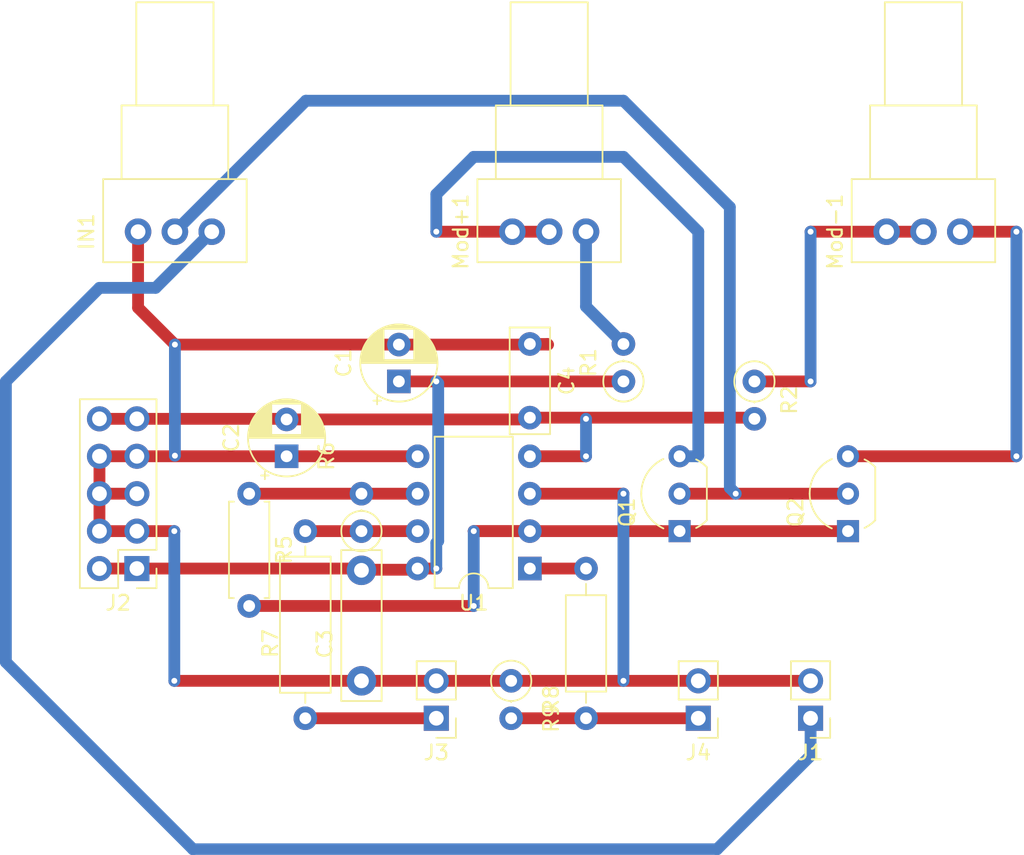
<source format=kicad_pcb>
(kicad_pcb (version 20171130) (host pcbnew 5.1.5+dfsg1-1)

  (general
    (thickness 1.6)
    (drawings 0)
    (tracks 113)
    (zones 0)
    (modules 21)
    (nets 16)
  )

  (page A4)
  (layers
    (0 F.Cu signal)
    (31 B.Cu signal)
    (32 B.Adhes user hide)
    (33 F.Adhes user hide)
    (34 B.Paste user hide)
    (35 F.Paste user hide)
    (36 B.SilkS user hide)
    (37 F.SilkS user)
    (38 B.Mask user hide)
    (39 F.Mask user hide)
    (40 Dwgs.User user hide)
    (41 Cmts.User user hide)
    (42 Eco1.User user hide)
    (43 Eco2.User user hide)
    (44 Edge.Cuts user hide)
    (45 Margin user hide)
    (46 B.CrtYd user hide)
    (47 F.CrtYd user)
    (48 B.Fab user hide)
    (49 F.Fab user)
  )

  (setup
    (last_trace_width 0.25)
    (user_trace_width 0.8)
    (trace_clearance 0.2)
    (zone_clearance 0.508)
    (zone_45_only no)
    (trace_min 0.2)
    (via_size 0.8)
    (via_drill 0.4)
    (via_min_size 0.4)
    (via_min_drill 0.3)
    (user_via 0.8 0.7)
    (uvia_size 0.3)
    (uvia_drill 0.1)
    (uvias_allowed no)
    (uvia_min_size 0.2)
    (uvia_min_drill 0.1)
    (edge_width 0.1)
    (segment_width 0.2)
    (pcb_text_width 0.3)
    (pcb_text_size 1.5 1.5)
    (mod_edge_width 0.15)
    (mod_text_size 1 1)
    (mod_text_width 0.15)
    (pad_size 1.524 1.524)
    (pad_drill 0.762)
    (pad_to_mask_clearance 0)
    (aux_axis_origin 0 0)
    (visible_elements FFFFFF7F)
    (pcbplotparams
      (layerselection 0x010fc_ffffffff)
      (usegerberextensions false)
      (usegerberattributes false)
      (usegerberadvancedattributes false)
      (creategerberjobfile false)
      (excludeedgelayer true)
      (linewidth 1.500000)
      (plotframeref false)
      (viasonmask false)
      (mode 1)
      (useauxorigin false)
      (hpglpennumber 1)
      (hpglpenspeed 20)
      (hpglpendiameter 15.000000)
      (psnegative false)
      (psa4output false)
      (plotreference true)
      (plotvalue true)
      (plotinvisibletext false)
      (padsonsilk false)
      (subtractmaskfromsilk false)
      (outputformat 1)
      (mirror false)
      (drillshape 1)
      (scaleselection 1)
      (outputdirectory ""))
  )

  (net 0 "")
  (net 1 +12V)
  (net 2 GNDREF)
  (net 3 -12V)
  (net 4 "Net-(R5-Pad1)")
  (net 5 "Net-(R6-Pad1)")
  (net 6 "Net-(R8-Pad2)")
  (net 7 "Net-(J3-Pad1)")
  (net 8 "Net-(J4-Pad1)")
  (net 9 "Net-(IN1-Pad1)")
  (net 10 "Net-(IN1-Pad2)")
  (net 11 "Net-(Mod+1-Pad2)")
  (net 12 "Net-(Mod+1-Pad1)")
  (net 13 "Net-(Mod-1-Pad2)")
  (net 14 "Net-(Mod-1-Pad1)")
  (net 15 "Net-(Q1-Pad1)")

  (net_class Default "Ceci est la Netclass par défaut."
    (clearance 0.2)
    (trace_width 0.25)
    (via_dia 0.8)
    (via_drill 0.4)
    (uvia_dia 0.3)
    (uvia_drill 0.1)
    (add_net +12V)
    (add_net -12V)
    (add_net GNDREF)
    (add_net "Net-(IN1-Pad1)")
    (add_net "Net-(IN1-Pad2)")
    (add_net "Net-(J3-Pad1)")
    (add_net "Net-(J4-Pad1)")
    (add_net "Net-(Mod+1-Pad1)")
    (add_net "Net-(Mod+1-Pad2)")
    (add_net "Net-(Mod-1-Pad1)")
    (add_net "Net-(Mod-1-Pad2)")
    (add_net "Net-(Q1-Pad1)")
    (add_net "Net-(R5-Pad1)")
    (add_net "Net-(R6-Pad1)")
    (add_net "Net-(R8-Pad2)")
  )

  (module Package_TO_SOT_THT:TO-92_Inline_Wide (layer F.Cu) (tedit 5A02FF81) (tstamp 5E3E5F35)
    (at 160.02 104.14 90)
    (descr "TO-92 leads in-line, wide, drill 0.75mm (see NXP sot054_po.pdf)")
    (tags "to-92 sc-43 sc-43a sot54 PA33 transistor")
    (path /5E3F18BB)
    (fp_text reference Q2 (at 1.27 -3.56 90) (layer F.SilkS)
      (effects (font (size 1 1) (thickness 0.15)))
    )
    (fp_text value BC547 (at -2.54 0 180) (layer F.Fab)
      (effects (font (size 1 1) (thickness 0.15)))
    )
    (fp_arc (start 2.54 0) (end 4.34 1.85) (angle -20) (layer F.SilkS) (width 0.12))
    (fp_arc (start 2.54 0) (end 2.54 -2.48) (angle -135) (layer F.Fab) (width 0.1))
    (fp_arc (start 2.54 0) (end 2.54 -2.48) (angle 135) (layer F.Fab) (width 0.1))
    (fp_arc (start 2.54 0) (end 2.54 -2.6) (angle 65) (layer F.SilkS) (width 0.12))
    (fp_arc (start 2.54 0) (end 2.54 -2.6) (angle -65) (layer F.SilkS) (width 0.12))
    (fp_arc (start 2.54 0) (end 0.74 1.85) (angle 20) (layer F.SilkS) (width 0.12))
    (fp_line (start 6.09 2.01) (end -1.01 2.01) (layer F.CrtYd) (width 0.05))
    (fp_line (start 6.09 2.01) (end 6.09 -2.73) (layer F.CrtYd) (width 0.05))
    (fp_line (start -1.01 -2.73) (end -1.01 2.01) (layer F.CrtYd) (width 0.05))
    (fp_line (start -1.01 -2.73) (end 6.09 -2.73) (layer F.CrtYd) (width 0.05))
    (fp_line (start 0.8 1.75) (end 4.3 1.75) (layer F.Fab) (width 0.1))
    (fp_line (start 0.74 1.85) (end 4.34 1.85) (layer F.SilkS) (width 0.12))
    (fp_text user %R (at 1.27 -3.56 90) (layer F.Fab)
      (effects (font (size 1 1) (thickness 0.15)))
    )
    (pad 1 thru_hole rect (at 0 0 180) (size 1.5 1.5) (drill 0.8) (layers *.Cu *.Mask)
      (net 15 "Net-(Q1-Pad1)"))
    (pad 3 thru_hole circle (at 5.08 0 180) (size 1.5 1.5) (drill 0.8) (layers *.Cu *.Mask)
      (net 14 "Net-(Mod-1-Pad1)"))
    (pad 2 thru_hole circle (at 2.54 0 180) (size 1.5 1.5) (drill 0.8) (layers *.Cu *.Mask)
      (net 10 "Net-(IN1-Pad2)"))
    (model ${KISYS3DMOD}/Package_TO_SOT_THT.3dshapes/TO-92_Inline_Wide.wrl
      (at (xyz 0 0 0))
      (scale (xyz 1 1 1))
      (rotate (xyz 0 0 0))
    )
  )

  (module Package_TO_SOT_THT:TO-92_Inline_Wide (layer F.Cu) (tedit 5A02FF81) (tstamp 5E3E5F23)
    (at 148.59 104.14 90)
    (descr "TO-92 leads in-line, wide, drill 0.75mm (see NXP sot054_po.pdf)")
    (tags "to-92 sc-43 sc-43a sot54 PA33 transistor")
    (path /5E3F0104)
    (fp_text reference Q1 (at 1.27 -3.56 90) (layer F.SilkS)
      (effects (font (size 1 1) (thickness 0.15)))
    )
    (fp_text value BC557 (at -2.54 0 180) (layer F.Fab)
      (effects (font (size 1 1) (thickness 0.15)))
    )
    (fp_arc (start 2.54 0) (end 4.34 1.85) (angle -20) (layer F.SilkS) (width 0.12))
    (fp_arc (start 2.54 0) (end 2.54 -2.48) (angle -135) (layer F.Fab) (width 0.1))
    (fp_arc (start 2.54 0) (end 2.54 -2.48) (angle 135) (layer F.Fab) (width 0.1))
    (fp_arc (start 2.54 0) (end 2.54 -2.6) (angle 65) (layer F.SilkS) (width 0.12))
    (fp_arc (start 2.54 0) (end 2.54 -2.6) (angle -65) (layer F.SilkS) (width 0.12))
    (fp_arc (start 2.54 0) (end 0.74 1.85) (angle 20) (layer F.SilkS) (width 0.12))
    (fp_line (start 6.09 2.01) (end -1.01 2.01) (layer F.CrtYd) (width 0.05))
    (fp_line (start 6.09 2.01) (end 6.09 -2.73) (layer F.CrtYd) (width 0.05))
    (fp_line (start -1.01 -2.73) (end -1.01 2.01) (layer F.CrtYd) (width 0.05))
    (fp_line (start -1.01 -2.73) (end 6.09 -2.73) (layer F.CrtYd) (width 0.05))
    (fp_line (start 0.8 1.75) (end 4.3 1.75) (layer F.Fab) (width 0.1))
    (fp_line (start 0.74 1.85) (end 4.34 1.85) (layer F.SilkS) (width 0.12))
    (fp_text user %R (at 1.27 -3.56 90) (layer F.Fab)
      (effects (font (size 1 1) (thickness 0.15)))
    )
    (pad 1 thru_hole rect (at 0 0 180) (size 1.5 1.5) (drill 0.8) (layers *.Cu *.Mask)
      (net 15 "Net-(Q1-Pad1)"))
    (pad 3 thru_hole circle (at 5.08 0 180) (size 1.5 1.5) (drill 0.8) (layers *.Cu *.Mask)
      (net 11 "Net-(Mod+1-Pad2)"))
    (pad 2 thru_hole circle (at 2.54 0 180) (size 1.5 1.5) (drill 0.8) (layers *.Cu *.Mask)
      (net 10 "Net-(IN1-Pad2)"))
    (model ${KISYS3DMOD}/Package_TO_SOT_THT.3dshapes/TO-92_Inline_Wide.wrl
      (at (xyz 0 0 0))
      (scale (xyz 1 1 1))
      (rotate (xyz 0 0 0))
    )
  )

  (module Capacitor_THT:C_Rect_L10.0mm_W2.5mm_P7.50mm_MKS4 (layer F.Cu) (tedit 5AE50EF0) (tstamp 5E3E5E30)
    (at 127 114.3 90)
    (descr "C, Rect series, Radial, pin pitch=7.50mm, , length*width=10*2.5mm^2, Capacitor, http://www.wima.com/EN/WIMA_MKS_4.pdf")
    (tags "C Rect series Radial pin pitch 7.50mm  length 10mm width 2.5mm Capacitor")
    (path /5E4CA294)
    (fp_text reference C3 (at 2.5 -2.5 90) (layer F.SilkS)
      (effects (font (size 1 1) (thickness 0.15)))
    )
    (fp_text value 100n (at 2.5 2.5 90) (layer F.Fab)
      (effects (font (size 1 1) (thickness 0.15)))
    )
    (fp_text user %R (at 2.5 0 90) (layer F.Fab)
      (effects (font (size 1 1) (thickness 0.15)))
    )
    (fp_line (start 9 -1.5) (end -1.5 -1.5) (layer F.CrtYd) (width 0.05))
    (fp_line (start 9 1.5) (end 9 -1.5) (layer F.CrtYd) (width 0.05))
    (fp_line (start -1.5 1.5) (end 9 1.5) (layer F.CrtYd) (width 0.05))
    (fp_line (start -1.5 -1.5) (end -1.5 1.5) (layer F.CrtYd) (width 0.05))
    (fp_line (start 8.87 -1.37) (end 8.87 1.37) (layer F.SilkS) (width 0.12))
    (fp_line (start -1.37 -1.37) (end -1.37 1.37) (layer F.SilkS) (width 0.12))
    (fp_line (start -1.37 1.37) (end 8.87 1.37) (layer F.SilkS) (width 0.12))
    (fp_line (start -1.37 -1.37) (end 8.87 -1.37) (layer F.SilkS) (width 0.12))
    (fp_line (start 8.75 -1.25) (end -1.25 -1.25) (layer F.Fab) (width 0.1))
    (fp_line (start 8.75 1.25) (end 8.75 -1.25) (layer F.Fab) (width 0.1))
    (fp_line (start -1.25 1.25) (end 8.75 1.25) (layer F.Fab) (width 0.1))
    (fp_line (start -1.25 -1.25) (end -1.25 1.25) (layer F.Fab) (width 0.1))
    (pad 2 thru_hole circle (at 7.5 0 90) (size 2 2) (drill 1) (layers *.Cu *.Mask)
      (net 1 +12V))
    (pad 1 thru_hole circle (at 0 0 90) (size 2 2) (drill 1) (layers *.Cu *.Mask)
      (net 2 GNDREF))
    (model ${KISYS3DMOD}/Capacitor_THT.3dshapes/C_Rect_L10.0mm_W2.5mm_P7.50mm_MKS4.wrl
      (at (xyz 0 0 0))
      (scale (xyz 1 1 1))
      (rotate (xyz 0 0 0))
    )
  )

  (module Resistor_THT:R_Axial_DIN0309_L9.0mm_D3.2mm_P12.70mm_Horizontal (layer F.Cu) (tedit 5AE5139B) (tstamp 5E3E5FB6)
    (at 123.19 116.84 90)
    (descr "Resistor, Axial_DIN0309 series, Axial, Horizontal, pin pitch=12.7mm, 0.5W = 1/2W, length*diameter=9*3.2mm^2, http://cdn-reichelt.de/documents/datenblatt/B400/1_4W%23YAG.pdf")
    (tags "Resistor Axial_DIN0309 series Axial Horizontal pin pitch 12.7mm 0.5W = 1/2W length 9mm diameter 3.2mm")
    (path /5E40F6F0)
    (fp_text reference R7 (at 5.08 -2.37 90) (layer F.SilkS)
      (effects (font (size 1 1) (thickness 0.15)))
    )
    (fp_text value 1k (at 5.08 2.37 90) (layer F.Fab)
      (effects (font (size 1 1) (thickness 0.15)))
    )
    (fp_text user %R (at 5.08 0 90) (layer F.Fab)
      (effects (font (size 1 1) (thickness 0.15)))
    )
    (fp_line (start 13.75 -1.85) (end -1.05 -1.85) (layer F.CrtYd) (width 0.05))
    (fp_line (start 13.75 1.85) (end 13.75 -1.85) (layer F.CrtYd) (width 0.05))
    (fp_line (start -1.05 1.85) (end 13.75 1.85) (layer F.CrtYd) (width 0.05))
    (fp_line (start -1.05 -1.85) (end -1.05 1.85) (layer F.CrtYd) (width 0.05))
    (fp_line (start 11.66 0) (end 10.97 0) (layer F.SilkS) (width 0.12))
    (fp_line (start 1.04 0) (end 1.73 0) (layer F.SilkS) (width 0.12))
    (fp_line (start 10.97 -1.72) (end 1.73 -1.72) (layer F.SilkS) (width 0.12))
    (fp_line (start 10.97 1.72) (end 10.97 -1.72) (layer F.SilkS) (width 0.12))
    (fp_line (start 1.73 1.72) (end 10.97 1.72) (layer F.SilkS) (width 0.12))
    (fp_line (start 1.73 -1.72) (end 1.73 1.72) (layer F.SilkS) (width 0.12))
    (fp_line (start 12.7 0) (end 10.85 0) (layer F.Fab) (width 0.1))
    (fp_line (start 0 0) (end 1.85 0) (layer F.Fab) (width 0.1))
    (fp_line (start 10.85 -1.6) (end 1.85 -1.6) (layer F.Fab) (width 0.1))
    (fp_line (start 10.85 1.6) (end 10.85 -1.6) (layer F.Fab) (width 0.1))
    (fp_line (start 1.85 1.6) (end 10.85 1.6) (layer F.Fab) (width 0.1))
    (fp_line (start 1.85 -1.6) (end 1.85 1.6) (layer F.Fab) (width 0.1))
    (pad 2 thru_hole oval (at 12.7 0 90) (size 1.6 1.6) (drill 0.8) (layers *.Cu *.Mask)
      (net 5 "Net-(R6-Pad1)"))
    (pad 1 thru_hole circle (at 0 0 90) (size 1.6 1.6) (drill 0.8) (layers *.Cu *.Mask)
      (net 7 "Net-(J3-Pad1)"))
    (model ${KISYS3DMOD}/Resistor_THT.3dshapes/R_Axial_DIN0309_L9.0mm_D3.2mm_P12.70mm_Horizontal.wrl
      (at (xyz 0 0 0))
      (scale (xyz 1 1 1))
      (rotate (xyz 0 0 0))
    )
  )

  (module Connector_PinHeader_2.54mm:PinHeader_1x02_P2.54mm_Vertical (layer F.Cu) (tedit 59FED5CC) (tstamp 5E3E5EC9)
    (at 149.86 116.84 180)
    (descr "Through hole straight pin header, 1x02, 2.54mm pitch, single row")
    (tags "Through hole pin header THT 1x02 2.54mm single row")
    (path /5E3EEB2F)
    (fp_text reference J4 (at 0 -2.33) (layer F.SilkS)
      (effects (font (size 1 1) (thickness 0.15)))
    )
    (fp_text value "Pulse OUT" (at 0 -2.54) (layer F.Fab)
      (effects (font (size 1 1) (thickness 0.15)))
    )
    (fp_line (start -0.635 -1.27) (end 1.27 -1.27) (layer F.Fab) (width 0.1))
    (fp_line (start 1.27 -1.27) (end 1.27 3.81) (layer F.Fab) (width 0.1))
    (fp_line (start 1.27 3.81) (end -1.27 3.81) (layer F.Fab) (width 0.1))
    (fp_line (start -1.27 3.81) (end -1.27 -0.635) (layer F.Fab) (width 0.1))
    (fp_line (start -1.27 -0.635) (end -0.635 -1.27) (layer F.Fab) (width 0.1))
    (fp_line (start -1.33 3.87) (end 1.33 3.87) (layer F.SilkS) (width 0.12))
    (fp_line (start -1.33 1.27) (end -1.33 3.87) (layer F.SilkS) (width 0.12))
    (fp_line (start 1.33 1.27) (end 1.33 3.87) (layer F.SilkS) (width 0.12))
    (fp_line (start -1.33 1.27) (end 1.33 1.27) (layer F.SilkS) (width 0.12))
    (fp_line (start -1.33 0) (end -1.33 -1.33) (layer F.SilkS) (width 0.12))
    (fp_line (start -1.33 -1.33) (end 0 -1.33) (layer F.SilkS) (width 0.12))
    (fp_line (start -1.8 -1.8) (end -1.8 4.35) (layer F.CrtYd) (width 0.05))
    (fp_line (start -1.8 4.35) (end 1.8 4.35) (layer F.CrtYd) (width 0.05))
    (fp_line (start 1.8 4.35) (end 1.8 -1.8) (layer F.CrtYd) (width 0.05))
    (fp_line (start 1.8 -1.8) (end -1.8 -1.8) (layer F.CrtYd) (width 0.05))
    (fp_text user %R (at 0 1.27 90) (layer F.Fab)
      (effects (font (size 1 1) (thickness 0.15)))
    )
    (pad 1 thru_hole rect (at 0 0 180) (size 1.7 1.7) (drill 1) (layers *.Cu *.Mask)
      (net 8 "Net-(J4-Pad1)"))
    (pad 2 thru_hole oval (at 0 2.54 180) (size 1.7 1.7) (drill 1) (layers *.Cu *.Mask)
      (net 2 GNDREF))
    (model ${KISYS3DMOD}/Connector_PinHeader_2.54mm.3dshapes/PinHeader_1x02_P2.54mm_Vertical.wrl
      (at (xyz 0 0 0))
      (scale (xyz 1 1 1))
      (rotate (xyz 0 0 0))
    )
  )

  (module Resistor_THT:R_Axial_DIN0207_L6.3mm_D2.5mm_P10.16mm_Horizontal (layer F.Cu) (tedit 5AE5139B) (tstamp 5E3E411C)
    (at 142.24 116.84 90)
    (descr "Resistor, Axial_DIN0207 series, Axial, Horizontal, pin pitch=10.16mm, 0.25W = 1/4W, length*diameter=6.3*2.5mm^2, http://cdn-reichelt.de/documents/datenblatt/B400/1_4W%23YAG.pdf")
    (tags "Resistor Axial_DIN0207 series Axial Horizontal pin pitch 10.16mm 0.25W = 1/4W length 6.3mm diameter 2.5mm")
    (path /5E410071)
    (fp_text reference R8 (at 1.27 -2.37 90) (layer F.SilkS)
      (effects (font (size 1 1) (thickness 0.15)))
    )
    (fp_text value 2k2 (at 1.27 2.37 90) (layer F.Fab)
      (effects (font (size 1 1) (thickness 0.15)))
    )
    (fp_text user %R (at 1.27 -2.37 90) (layer F.Fab)
      (effects (font (size 1 1) (thickness 0.15)))
    )
    (fp_line (start 11.21 -1.5) (end -1.05 -1.5) (layer F.CrtYd) (width 0.05))
    (fp_line (start 11.21 1.5) (end 11.21 -1.5) (layer F.CrtYd) (width 0.05))
    (fp_line (start -1.05 1.5) (end 11.21 1.5) (layer F.CrtYd) (width 0.05))
    (fp_line (start -1.05 -1.5) (end -1.05 1.5) (layer F.CrtYd) (width 0.05))
    (fp_line (start 9.12 0) (end 8.35 0) (layer F.SilkS) (width 0.12))
    (fp_line (start 1.04 0) (end 1.81 0) (layer F.SilkS) (width 0.12))
    (fp_line (start 8.35 -1.37) (end 1.81 -1.37) (layer F.SilkS) (width 0.12))
    (fp_line (start 8.35 1.37) (end 8.35 -1.37) (layer F.SilkS) (width 0.12))
    (fp_line (start 1.81 1.37) (end 8.35 1.37) (layer F.SilkS) (width 0.12))
    (fp_line (start 1.81 -1.37) (end 1.81 1.37) (layer F.SilkS) (width 0.12))
    (fp_line (start 10.16 0) (end 8.23 0) (layer F.Fab) (width 0.1))
    (fp_line (start 0 0) (end 1.93 0) (layer F.Fab) (width 0.1))
    (fp_line (start 8.23 -1.25) (end 1.93 -1.25) (layer F.Fab) (width 0.1))
    (fp_line (start 8.23 1.25) (end 8.23 -1.25) (layer F.Fab) (width 0.1))
    (fp_line (start 1.93 1.25) (end 8.23 1.25) (layer F.Fab) (width 0.1))
    (fp_line (start 1.93 -1.25) (end 1.93 1.25) (layer F.Fab) (width 0.1))
    (pad 2 thru_hole oval (at 10.16 0 90) (size 1.6 1.6) (drill 0.8) (layers *.Cu *.Mask)
      (net 6 "Net-(R8-Pad2)"))
    (pad 1 thru_hole circle (at 0 0 90) (size 1.6 1.6) (drill 0.8) (layers *.Cu *.Mask)
      (net 8 "Net-(J4-Pad1)"))
    (model ${KISYS3DMOD}/Resistor_THT.3dshapes/R_Axial_DIN0207_L6.3mm_D2.5mm_P10.16mm_Horizontal.wrl
      (at (xyz 0 0 0))
      (scale (xyz 1 1 1))
      (rotate (xyz 0 0 0))
    )
  )

  (module Resistor_THT:R_Axial_DIN0207_L6.3mm_D2.5mm_P2.54mm_Vertical (layer F.Cu) (tedit 5AE5139B) (tstamp 5E3E4106)
    (at 127 104.14 90)
    (descr "Resistor, Axial_DIN0207 series, Axial, Vertical, pin pitch=2.54mm, 0.25W = 1/4W, length*diameter=6.3*2.5mm^2, http://cdn-reichelt.de/documents/datenblatt/B400/1_4W%23YAG.pdf")
    (tags "Resistor Axial_DIN0207 series Axial Vertical pin pitch 2.54mm 0.25W = 1/4W length 6.3mm diameter 2.5mm")
    (path /5E40EC2A)
    (fp_text reference R6 (at 5.08 -2.37 90) (layer F.SilkS)
      (effects (font (size 1 1) (thickness 0.15)))
    )
    (fp_text value 100k (at 5.08 2.37 90) (layer F.Fab)
      (effects (font (size 1 1) (thickness 0.15)))
    )
    (fp_text user %R (at 5.08 0 90) (layer F.Fab)
      (effects (font (size 1 1) (thickness 0.15)))
    )
    (fp_line (start 3.59 -1.5) (end -1.5 -1.5) (layer F.CrtYd) (width 0.05))
    (fp_line (start 3.59 1.5) (end 3.59 -1.5) (layer F.CrtYd) (width 0.05))
    (fp_line (start -1.5 1.5) (end 3.59 1.5) (layer F.CrtYd) (width 0.05))
    (fp_line (start -1.5 -1.5) (end -1.5 1.5) (layer F.CrtYd) (width 0.05))
    (fp_line (start 1.37 0) (end 1.44 0) (layer F.SilkS) (width 0.12))
    (fp_line (start 0 0) (end 2.54 0) (layer F.Fab) (width 0.1))
    (fp_circle (center 0 0) (end 1.37 0) (layer F.SilkS) (width 0.12))
    (fp_circle (center 0 0) (end 1.25 0) (layer F.Fab) (width 0.1))
    (pad 2 thru_hole oval (at 2.54 0 90) (size 1.6 1.6) (drill 0.8) (layers *.Cu *.Mask)
      (net 4 "Net-(R5-Pad1)"))
    (pad 1 thru_hole circle (at 0 0 90) (size 1.6 1.6) (drill 0.8) (layers *.Cu *.Mask)
      (net 5 "Net-(R6-Pad1)"))
    (model ${KISYS3DMOD}/Resistor_THT.3dshapes/R_Axial_DIN0207_L6.3mm_D2.5mm_P2.54mm_Vertical.wrl
      (at (xyz 0 0 0))
      (scale (xyz 1 1 1))
      (rotate (xyz 0 0 0))
    )
  )

  (module Resistor_THT:R_Axial_DIN0207_L6.3mm_D2.5mm_P2.54mm_Vertical (layer F.Cu) (tedit 5AE5139B) (tstamp 5E3E5FD4)
    (at 137.16 114.3 270)
    (descr "Resistor, Axial_DIN0207 series, Axial, Vertical, pin pitch=2.54mm, 0.25W = 1/4W, length*diameter=6.3*2.5mm^2, http://cdn-reichelt.de/documents/datenblatt/B400/1_4W%23YAG.pdf")
    (tags "Resistor Axial_DIN0207 series Axial Vertical pin pitch 2.54mm 0.25W = 1/4W length 6.3mm diameter 2.5mm")
    (path /5E410FA8)
    (fp_text reference R9 (at 2.54 -2.72 90) (layer F.SilkS)
      (effects (font (size 1 1) (thickness 0.15)))
    )
    (fp_text value 1k (at 2.54 2.72 90) (layer F.Fab)
      (effects (font (size 1 1) (thickness 0.15)))
    )
    (fp_text user %R (at 2.54 -2.72 90) (layer F.Fab)
      (effects (font (size 1 1) (thickness 0.15)))
    )
    (fp_line (start 3.59 -1.5) (end -1.5 -1.5) (layer F.CrtYd) (width 0.05))
    (fp_line (start 3.59 1.5) (end 3.59 -1.5) (layer F.CrtYd) (width 0.05))
    (fp_line (start -1.5 1.5) (end 3.59 1.5) (layer F.CrtYd) (width 0.05))
    (fp_line (start -1.5 -1.5) (end -1.5 1.5) (layer F.CrtYd) (width 0.05))
    (fp_line (start 1.37 0) (end 1.44 0) (layer F.SilkS) (width 0.12))
    (fp_line (start 0 0) (end 2.54 0) (layer F.Fab) (width 0.1))
    (fp_circle (center 0 0) (end 1.37 0) (layer F.SilkS) (width 0.12))
    (fp_circle (center 0 0) (end 1.25 0) (layer F.Fab) (width 0.1))
    (pad 2 thru_hole oval (at 2.54 0 270) (size 1.6 1.6) (drill 0.8) (layers *.Cu *.Mask)
      (net 8 "Net-(J4-Pad1)"))
    (pad 1 thru_hole circle (at 0 0 270) (size 1.6 1.6) (drill 0.8) (layers *.Cu *.Mask)
      (net 2 GNDREF))
    (model ${KISYS3DMOD}/Resistor_THT.3dshapes/R_Axial_DIN0207_L6.3mm_D2.5mm_P2.54mm_Vertical.wrl
      (at (xyz 0 0 0))
      (scale (xyz 1 1 1))
      (rotate (xyz 0 0 0))
    )
  )

  (module Capacitor_THT:CP_Radial_D5.0mm_P2.50mm (layer F.Cu) (tedit 5AE50EF0) (tstamp 5E3E5D99)
    (at 129.54 93.98 90)
    (descr "CP, Radial series, Radial, pin pitch=2.50mm, , diameter=5mm, Electrolytic Capacitor")
    (tags "CP Radial series Radial pin pitch 2.50mm  diameter 5mm Electrolytic Capacitor")
    (path /5E59E270)
    (fp_text reference C1 (at 1.25 -3.75 90) (layer F.SilkS)
      (effects (font (size 1 1) (thickness 0.15)))
    )
    (fp_text value 10u (at 1.25 3.75 90) (layer F.Fab)
      (effects (font (size 1 1) (thickness 0.15)))
    )
    (fp_circle (center 1.25 0) (end 3.75 0) (layer F.Fab) (width 0.1))
    (fp_circle (center 1.25 0) (end 3.87 0) (layer F.SilkS) (width 0.12))
    (fp_circle (center 1.25 0) (end 4 0) (layer F.CrtYd) (width 0.05))
    (fp_line (start -0.883605 -1.0875) (end -0.383605 -1.0875) (layer F.Fab) (width 0.1))
    (fp_line (start -0.633605 -1.3375) (end -0.633605 -0.8375) (layer F.Fab) (width 0.1))
    (fp_line (start 1.25 -2.58) (end 1.25 2.58) (layer F.SilkS) (width 0.12))
    (fp_line (start 1.29 -2.58) (end 1.29 2.58) (layer F.SilkS) (width 0.12))
    (fp_line (start 1.33 -2.579) (end 1.33 2.579) (layer F.SilkS) (width 0.12))
    (fp_line (start 1.37 -2.578) (end 1.37 2.578) (layer F.SilkS) (width 0.12))
    (fp_line (start 1.41 -2.576) (end 1.41 2.576) (layer F.SilkS) (width 0.12))
    (fp_line (start 1.45 -2.573) (end 1.45 2.573) (layer F.SilkS) (width 0.12))
    (fp_line (start 1.49 -2.569) (end 1.49 -1.04) (layer F.SilkS) (width 0.12))
    (fp_line (start 1.49 1.04) (end 1.49 2.569) (layer F.SilkS) (width 0.12))
    (fp_line (start 1.53 -2.565) (end 1.53 -1.04) (layer F.SilkS) (width 0.12))
    (fp_line (start 1.53 1.04) (end 1.53 2.565) (layer F.SilkS) (width 0.12))
    (fp_line (start 1.57 -2.561) (end 1.57 -1.04) (layer F.SilkS) (width 0.12))
    (fp_line (start 1.57 1.04) (end 1.57 2.561) (layer F.SilkS) (width 0.12))
    (fp_line (start 1.61 -2.556) (end 1.61 -1.04) (layer F.SilkS) (width 0.12))
    (fp_line (start 1.61 1.04) (end 1.61 2.556) (layer F.SilkS) (width 0.12))
    (fp_line (start 1.65 -2.55) (end 1.65 -1.04) (layer F.SilkS) (width 0.12))
    (fp_line (start 1.65 1.04) (end 1.65 2.55) (layer F.SilkS) (width 0.12))
    (fp_line (start 1.69 -2.543) (end 1.69 -1.04) (layer F.SilkS) (width 0.12))
    (fp_line (start 1.69 1.04) (end 1.69 2.543) (layer F.SilkS) (width 0.12))
    (fp_line (start 1.73 -2.536) (end 1.73 -1.04) (layer F.SilkS) (width 0.12))
    (fp_line (start 1.73 1.04) (end 1.73 2.536) (layer F.SilkS) (width 0.12))
    (fp_line (start 1.77 -2.528) (end 1.77 -1.04) (layer F.SilkS) (width 0.12))
    (fp_line (start 1.77 1.04) (end 1.77 2.528) (layer F.SilkS) (width 0.12))
    (fp_line (start 1.81 -2.52) (end 1.81 -1.04) (layer F.SilkS) (width 0.12))
    (fp_line (start 1.81 1.04) (end 1.81 2.52) (layer F.SilkS) (width 0.12))
    (fp_line (start 1.85 -2.511) (end 1.85 -1.04) (layer F.SilkS) (width 0.12))
    (fp_line (start 1.85 1.04) (end 1.85 2.511) (layer F.SilkS) (width 0.12))
    (fp_line (start 1.89 -2.501) (end 1.89 -1.04) (layer F.SilkS) (width 0.12))
    (fp_line (start 1.89 1.04) (end 1.89 2.501) (layer F.SilkS) (width 0.12))
    (fp_line (start 1.93 -2.491) (end 1.93 -1.04) (layer F.SilkS) (width 0.12))
    (fp_line (start 1.93 1.04) (end 1.93 2.491) (layer F.SilkS) (width 0.12))
    (fp_line (start 1.971 -2.48) (end 1.971 -1.04) (layer F.SilkS) (width 0.12))
    (fp_line (start 1.971 1.04) (end 1.971 2.48) (layer F.SilkS) (width 0.12))
    (fp_line (start 2.011 -2.468) (end 2.011 -1.04) (layer F.SilkS) (width 0.12))
    (fp_line (start 2.011 1.04) (end 2.011 2.468) (layer F.SilkS) (width 0.12))
    (fp_line (start 2.051 -2.455) (end 2.051 -1.04) (layer F.SilkS) (width 0.12))
    (fp_line (start 2.051 1.04) (end 2.051 2.455) (layer F.SilkS) (width 0.12))
    (fp_line (start 2.091 -2.442) (end 2.091 -1.04) (layer F.SilkS) (width 0.12))
    (fp_line (start 2.091 1.04) (end 2.091 2.442) (layer F.SilkS) (width 0.12))
    (fp_line (start 2.131 -2.428) (end 2.131 -1.04) (layer F.SilkS) (width 0.12))
    (fp_line (start 2.131 1.04) (end 2.131 2.428) (layer F.SilkS) (width 0.12))
    (fp_line (start 2.171 -2.414) (end 2.171 -1.04) (layer F.SilkS) (width 0.12))
    (fp_line (start 2.171 1.04) (end 2.171 2.414) (layer F.SilkS) (width 0.12))
    (fp_line (start 2.211 -2.398) (end 2.211 -1.04) (layer F.SilkS) (width 0.12))
    (fp_line (start 2.211 1.04) (end 2.211 2.398) (layer F.SilkS) (width 0.12))
    (fp_line (start 2.251 -2.382) (end 2.251 -1.04) (layer F.SilkS) (width 0.12))
    (fp_line (start 2.251 1.04) (end 2.251 2.382) (layer F.SilkS) (width 0.12))
    (fp_line (start 2.291 -2.365) (end 2.291 -1.04) (layer F.SilkS) (width 0.12))
    (fp_line (start 2.291 1.04) (end 2.291 2.365) (layer F.SilkS) (width 0.12))
    (fp_line (start 2.331 -2.348) (end 2.331 -1.04) (layer F.SilkS) (width 0.12))
    (fp_line (start 2.331 1.04) (end 2.331 2.348) (layer F.SilkS) (width 0.12))
    (fp_line (start 2.371 -2.329) (end 2.371 -1.04) (layer F.SilkS) (width 0.12))
    (fp_line (start 2.371 1.04) (end 2.371 2.329) (layer F.SilkS) (width 0.12))
    (fp_line (start 2.411 -2.31) (end 2.411 -1.04) (layer F.SilkS) (width 0.12))
    (fp_line (start 2.411 1.04) (end 2.411 2.31) (layer F.SilkS) (width 0.12))
    (fp_line (start 2.451 -2.29) (end 2.451 -1.04) (layer F.SilkS) (width 0.12))
    (fp_line (start 2.451 1.04) (end 2.451 2.29) (layer F.SilkS) (width 0.12))
    (fp_line (start 2.491 -2.268) (end 2.491 -1.04) (layer F.SilkS) (width 0.12))
    (fp_line (start 2.491 1.04) (end 2.491 2.268) (layer F.SilkS) (width 0.12))
    (fp_line (start 2.531 -2.247) (end 2.531 -1.04) (layer F.SilkS) (width 0.12))
    (fp_line (start 2.531 1.04) (end 2.531 2.247) (layer F.SilkS) (width 0.12))
    (fp_line (start 2.571 -2.224) (end 2.571 -1.04) (layer F.SilkS) (width 0.12))
    (fp_line (start 2.571 1.04) (end 2.571 2.224) (layer F.SilkS) (width 0.12))
    (fp_line (start 2.611 -2.2) (end 2.611 -1.04) (layer F.SilkS) (width 0.12))
    (fp_line (start 2.611 1.04) (end 2.611 2.2) (layer F.SilkS) (width 0.12))
    (fp_line (start 2.651 -2.175) (end 2.651 -1.04) (layer F.SilkS) (width 0.12))
    (fp_line (start 2.651 1.04) (end 2.651 2.175) (layer F.SilkS) (width 0.12))
    (fp_line (start 2.691 -2.149) (end 2.691 -1.04) (layer F.SilkS) (width 0.12))
    (fp_line (start 2.691 1.04) (end 2.691 2.149) (layer F.SilkS) (width 0.12))
    (fp_line (start 2.731 -2.122) (end 2.731 -1.04) (layer F.SilkS) (width 0.12))
    (fp_line (start 2.731 1.04) (end 2.731 2.122) (layer F.SilkS) (width 0.12))
    (fp_line (start 2.771 -2.095) (end 2.771 -1.04) (layer F.SilkS) (width 0.12))
    (fp_line (start 2.771 1.04) (end 2.771 2.095) (layer F.SilkS) (width 0.12))
    (fp_line (start 2.811 -2.065) (end 2.811 -1.04) (layer F.SilkS) (width 0.12))
    (fp_line (start 2.811 1.04) (end 2.811 2.065) (layer F.SilkS) (width 0.12))
    (fp_line (start 2.851 -2.035) (end 2.851 -1.04) (layer F.SilkS) (width 0.12))
    (fp_line (start 2.851 1.04) (end 2.851 2.035) (layer F.SilkS) (width 0.12))
    (fp_line (start 2.891 -2.004) (end 2.891 -1.04) (layer F.SilkS) (width 0.12))
    (fp_line (start 2.891 1.04) (end 2.891 2.004) (layer F.SilkS) (width 0.12))
    (fp_line (start 2.931 -1.971) (end 2.931 -1.04) (layer F.SilkS) (width 0.12))
    (fp_line (start 2.931 1.04) (end 2.931 1.971) (layer F.SilkS) (width 0.12))
    (fp_line (start 2.971 -1.937) (end 2.971 -1.04) (layer F.SilkS) (width 0.12))
    (fp_line (start 2.971 1.04) (end 2.971 1.937) (layer F.SilkS) (width 0.12))
    (fp_line (start 3.011 -1.901) (end 3.011 -1.04) (layer F.SilkS) (width 0.12))
    (fp_line (start 3.011 1.04) (end 3.011 1.901) (layer F.SilkS) (width 0.12))
    (fp_line (start 3.051 -1.864) (end 3.051 -1.04) (layer F.SilkS) (width 0.12))
    (fp_line (start 3.051 1.04) (end 3.051 1.864) (layer F.SilkS) (width 0.12))
    (fp_line (start 3.091 -1.826) (end 3.091 -1.04) (layer F.SilkS) (width 0.12))
    (fp_line (start 3.091 1.04) (end 3.091 1.826) (layer F.SilkS) (width 0.12))
    (fp_line (start 3.131 -1.785) (end 3.131 -1.04) (layer F.SilkS) (width 0.12))
    (fp_line (start 3.131 1.04) (end 3.131 1.785) (layer F.SilkS) (width 0.12))
    (fp_line (start 3.171 -1.743) (end 3.171 -1.04) (layer F.SilkS) (width 0.12))
    (fp_line (start 3.171 1.04) (end 3.171 1.743) (layer F.SilkS) (width 0.12))
    (fp_line (start 3.211 -1.699) (end 3.211 -1.04) (layer F.SilkS) (width 0.12))
    (fp_line (start 3.211 1.04) (end 3.211 1.699) (layer F.SilkS) (width 0.12))
    (fp_line (start 3.251 -1.653) (end 3.251 -1.04) (layer F.SilkS) (width 0.12))
    (fp_line (start 3.251 1.04) (end 3.251 1.653) (layer F.SilkS) (width 0.12))
    (fp_line (start 3.291 -1.605) (end 3.291 -1.04) (layer F.SilkS) (width 0.12))
    (fp_line (start 3.291 1.04) (end 3.291 1.605) (layer F.SilkS) (width 0.12))
    (fp_line (start 3.331 -1.554) (end 3.331 -1.04) (layer F.SilkS) (width 0.12))
    (fp_line (start 3.331 1.04) (end 3.331 1.554) (layer F.SilkS) (width 0.12))
    (fp_line (start 3.371 -1.5) (end 3.371 -1.04) (layer F.SilkS) (width 0.12))
    (fp_line (start 3.371 1.04) (end 3.371 1.5) (layer F.SilkS) (width 0.12))
    (fp_line (start 3.411 -1.443) (end 3.411 -1.04) (layer F.SilkS) (width 0.12))
    (fp_line (start 3.411 1.04) (end 3.411 1.443) (layer F.SilkS) (width 0.12))
    (fp_line (start 3.451 -1.383) (end 3.451 -1.04) (layer F.SilkS) (width 0.12))
    (fp_line (start 3.451 1.04) (end 3.451 1.383) (layer F.SilkS) (width 0.12))
    (fp_line (start 3.491 -1.319) (end 3.491 -1.04) (layer F.SilkS) (width 0.12))
    (fp_line (start 3.491 1.04) (end 3.491 1.319) (layer F.SilkS) (width 0.12))
    (fp_line (start 3.531 -1.251) (end 3.531 -1.04) (layer F.SilkS) (width 0.12))
    (fp_line (start 3.531 1.04) (end 3.531 1.251) (layer F.SilkS) (width 0.12))
    (fp_line (start 3.571 -1.178) (end 3.571 1.178) (layer F.SilkS) (width 0.12))
    (fp_line (start 3.611 -1.098) (end 3.611 1.098) (layer F.SilkS) (width 0.12))
    (fp_line (start 3.651 -1.011) (end 3.651 1.011) (layer F.SilkS) (width 0.12))
    (fp_line (start 3.691 -0.915) (end 3.691 0.915) (layer F.SilkS) (width 0.12))
    (fp_line (start 3.731 -0.805) (end 3.731 0.805) (layer F.SilkS) (width 0.12))
    (fp_line (start 3.771 -0.677) (end 3.771 0.677) (layer F.SilkS) (width 0.12))
    (fp_line (start 3.811 -0.518) (end 3.811 0.518) (layer F.SilkS) (width 0.12))
    (fp_line (start 3.851 -0.284) (end 3.851 0.284) (layer F.SilkS) (width 0.12))
    (fp_line (start -1.554775 -1.475) (end -1.054775 -1.475) (layer F.SilkS) (width 0.12))
    (fp_line (start -1.304775 -1.725) (end -1.304775 -1.225) (layer F.SilkS) (width 0.12))
    (fp_text user %R (at 1.25 0 90) (layer F.Fab)
      (effects (font (size 1 1) (thickness 0.15)))
    )
    (pad 1 thru_hole rect (at 0 0 90) (size 1.6 1.6) (drill 0.8) (layers *.Cu *.Mask)
      (net 1 +12V))
    (pad 2 thru_hole circle (at 2.5 0 90) (size 1.6 1.6) (drill 0.8) (layers *.Cu *.Mask)
      (net 2 GNDREF))
    (model ${KISYS3DMOD}/Capacitor_THT.3dshapes/CP_Radial_D5.0mm_P2.50mm.wrl
      (at (xyz 0 0 0))
      (scale (xyz 1 1 1))
      (rotate (xyz 0 0 0))
    )
  )

  (module Capacitor_THT:CP_Radial_D5.0mm_P2.50mm (layer F.Cu) (tedit 5AE50EF0) (tstamp 5E3E5E1D)
    (at 121.92 99.06 90)
    (descr "CP, Radial series, Radial, pin pitch=2.50mm, , diameter=5mm, Electrolytic Capacitor")
    (tags "CP Radial series Radial pin pitch 2.50mm  diameter 5mm Electrolytic Capacitor")
    (path /5E59EF70)
    (fp_text reference C2 (at 1.25 -3.75 90) (layer F.SilkS)
      (effects (font (size 1 1) (thickness 0.15)))
    )
    (fp_text value 10u (at 1.25 3.75 90) (layer F.Fab)
      (effects (font (size 1 1) (thickness 0.15)))
    )
    (fp_text user %R (at 1.25 0 90) (layer F.Fab)
      (effects (font (size 1 1) (thickness 0.15)))
    )
    (fp_line (start -1.304775 -1.725) (end -1.304775 -1.225) (layer F.SilkS) (width 0.12))
    (fp_line (start -1.554775 -1.475) (end -1.054775 -1.475) (layer F.SilkS) (width 0.12))
    (fp_line (start 3.851 -0.284) (end 3.851 0.284) (layer F.SilkS) (width 0.12))
    (fp_line (start 3.811 -0.518) (end 3.811 0.518) (layer F.SilkS) (width 0.12))
    (fp_line (start 3.771 -0.677) (end 3.771 0.677) (layer F.SilkS) (width 0.12))
    (fp_line (start 3.731 -0.805) (end 3.731 0.805) (layer F.SilkS) (width 0.12))
    (fp_line (start 3.691 -0.915) (end 3.691 0.915) (layer F.SilkS) (width 0.12))
    (fp_line (start 3.651 -1.011) (end 3.651 1.011) (layer F.SilkS) (width 0.12))
    (fp_line (start 3.611 -1.098) (end 3.611 1.098) (layer F.SilkS) (width 0.12))
    (fp_line (start 3.571 -1.178) (end 3.571 1.178) (layer F.SilkS) (width 0.12))
    (fp_line (start 3.531 1.04) (end 3.531 1.251) (layer F.SilkS) (width 0.12))
    (fp_line (start 3.531 -1.251) (end 3.531 -1.04) (layer F.SilkS) (width 0.12))
    (fp_line (start 3.491 1.04) (end 3.491 1.319) (layer F.SilkS) (width 0.12))
    (fp_line (start 3.491 -1.319) (end 3.491 -1.04) (layer F.SilkS) (width 0.12))
    (fp_line (start 3.451 1.04) (end 3.451 1.383) (layer F.SilkS) (width 0.12))
    (fp_line (start 3.451 -1.383) (end 3.451 -1.04) (layer F.SilkS) (width 0.12))
    (fp_line (start 3.411 1.04) (end 3.411 1.443) (layer F.SilkS) (width 0.12))
    (fp_line (start 3.411 -1.443) (end 3.411 -1.04) (layer F.SilkS) (width 0.12))
    (fp_line (start 3.371 1.04) (end 3.371 1.5) (layer F.SilkS) (width 0.12))
    (fp_line (start 3.371 -1.5) (end 3.371 -1.04) (layer F.SilkS) (width 0.12))
    (fp_line (start 3.331 1.04) (end 3.331 1.554) (layer F.SilkS) (width 0.12))
    (fp_line (start 3.331 -1.554) (end 3.331 -1.04) (layer F.SilkS) (width 0.12))
    (fp_line (start 3.291 1.04) (end 3.291 1.605) (layer F.SilkS) (width 0.12))
    (fp_line (start 3.291 -1.605) (end 3.291 -1.04) (layer F.SilkS) (width 0.12))
    (fp_line (start 3.251 1.04) (end 3.251 1.653) (layer F.SilkS) (width 0.12))
    (fp_line (start 3.251 -1.653) (end 3.251 -1.04) (layer F.SilkS) (width 0.12))
    (fp_line (start 3.211 1.04) (end 3.211 1.699) (layer F.SilkS) (width 0.12))
    (fp_line (start 3.211 -1.699) (end 3.211 -1.04) (layer F.SilkS) (width 0.12))
    (fp_line (start 3.171 1.04) (end 3.171 1.743) (layer F.SilkS) (width 0.12))
    (fp_line (start 3.171 -1.743) (end 3.171 -1.04) (layer F.SilkS) (width 0.12))
    (fp_line (start 3.131 1.04) (end 3.131 1.785) (layer F.SilkS) (width 0.12))
    (fp_line (start 3.131 -1.785) (end 3.131 -1.04) (layer F.SilkS) (width 0.12))
    (fp_line (start 3.091 1.04) (end 3.091 1.826) (layer F.SilkS) (width 0.12))
    (fp_line (start 3.091 -1.826) (end 3.091 -1.04) (layer F.SilkS) (width 0.12))
    (fp_line (start 3.051 1.04) (end 3.051 1.864) (layer F.SilkS) (width 0.12))
    (fp_line (start 3.051 -1.864) (end 3.051 -1.04) (layer F.SilkS) (width 0.12))
    (fp_line (start 3.011 1.04) (end 3.011 1.901) (layer F.SilkS) (width 0.12))
    (fp_line (start 3.011 -1.901) (end 3.011 -1.04) (layer F.SilkS) (width 0.12))
    (fp_line (start 2.971 1.04) (end 2.971 1.937) (layer F.SilkS) (width 0.12))
    (fp_line (start 2.971 -1.937) (end 2.971 -1.04) (layer F.SilkS) (width 0.12))
    (fp_line (start 2.931 1.04) (end 2.931 1.971) (layer F.SilkS) (width 0.12))
    (fp_line (start 2.931 -1.971) (end 2.931 -1.04) (layer F.SilkS) (width 0.12))
    (fp_line (start 2.891 1.04) (end 2.891 2.004) (layer F.SilkS) (width 0.12))
    (fp_line (start 2.891 -2.004) (end 2.891 -1.04) (layer F.SilkS) (width 0.12))
    (fp_line (start 2.851 1.04) (end 2.851 2.035) (layer F.SilkS) (width 0.12))
    (fp_line (start 2.851 -2.035) (end 2.851 -1.04) (layer F.SilkS) (width 0.12))
    (fp_line (start 2.811 1.04) (end 2.811 2.065) (layer F.SilkS) (width 0.12))
    (fp_line (start 2.811 -2.065) (end 2.811 -1.04) (layer F.SilkS) (width 0.12))
    (fp_line (start 2.771 1.04) (end 2.771 2.095) (layer F.SilkS) (width 0.12))
    (fp_line (start 2.771 -2.095) (end 2.771 -1.04) (layer F.SilkS) (width 0.12))
    (fp_line (start 2.731 1.04) (end 2.731 2.122) (layer F.SilkS) (width 0.12))
    (fp_line (start 2.731 -2.122) (end 2.731 -1.04) (layer F.SilkS) (width 0.12))
    (fp_line (start 2.691 1.04) (end 2.691 2.149) (layer F.SilkS) (width 0.12))
    (fp_line (start 2.691 -2.149) (end 2.691 -1.04) (layer F.SilkS) (width 0.12))
    (fp_line (start 2.651 1.04) (end 2.651 2.175) (layer F.SilkS) (width 0.12))
    (fp_line (start 2.651 -2.175) (end 2.651 -1.04) (layer F.SilkS) (width 0.12))
    (fp_line (start 2.611 1.04) (end 2.611 2.2) (layer F.SilkS) (width 0.12))
    (fp_line (start 2.611 -2.2) (end 2.611 -1.04) (layer F.SilkS) (width 0.12))
    (fp_line (start 2.571 1.04) (end 2.571 2.224) (layer F.SilkS) (width 0.12))
    (fp_line (start 2.571 -2.224) (end 2.571 -1.04) (layer F.SilkS) (width 0.12))
    (fp_line (start 2.531 1.04) (end 2.531 2.247) (layer F.SilkS) (width 0.12))
    (fp_line (start 2.531 -2.247) (end 2.531 -1.04) (layer F.SilkS) (width 0.12))
    (fp_line (start 2.491 1.04) (end 2.491 2.268) (layer F.SilkS) (width 0.12))
    (fp_line (start 2.491 -2.268) (end 2.491 -1.04) (layer F.SilkS) (width 0.12))
    (fp_line (start 2.451 1.04) (end 2.451 2.29) (layer F.SilkS) (width 0.12))
    (fp_line (start 2.451 -2.29) (end 2.451 -1.04) (layer F.SilkS) (width 0.12))
    (fp_line (start 2.411 1.04) (end 2.411 2.31) (layer F.SilkS) (width 0.12))
    (fp_line (start 2.411 -2.31) (end 2.411 -1.04) (layer F.SilkS) (width 0.12))
    (fp_line (start 2.371 1.04) (end 2.371 2.329) (layer F.SilkS) (width 0.12))
    (fp_line (start 2.371 -2.329) (end 2.371 -1.04) (layer F.SilkS) (width 0.12))
    (fp_line (start 2.331 1.04) (end 2.331 2.348) (layer F.SilkS) (width 0.12))
    (fp_line (start 2.331 -2.348) (end 2.331 -1.04) (layer F.SilkS) (width 0.12))
    (fp_line (start 2.291 1.04) (end 2.291 2.365) (layer F.SilkS) (width 0.12))
    (fp_line (start 2.291 -2.365) (end 2.291 -1.04) (layer F.SilkS) (width 0.12))
    (fp_line (start 2.251 1.04) (end 2.251 2.382) (layer F.SilkS) (width 0.12))
    (fp_line (start 2.251 -2.382) (end 2.251 -1.04) (layer F.SilkS) (width 0.12))
    (fp_line (start 2.211 1.04) (end 2.211 2.398) (layer F.SilkS) (width 0.12))
    (fp_line (start 2.211 -2.398) (end 2.211 -1.04) (layer F.SilkS) (width 0.12))
    (fp_line (start 2.171 1.04) (end 2.171 2.414) (layer F.SilkS) (width 0.12))
    (fp_line (start 2.171 -2.414) (end 2.171 -1.04) (layer F.SilkS) (width 0.12))
    (fp_line (start 2.131 1.04) (end 2.131 2.428) (layer F.SilkS) (width 0.12))
    (fp_line (start 2.131 -2.428) (end 2.131 -1.04) (layer F.SilkS) (width 0.12))
    (fp_line (start 2.091 1.04) (end 2.091 2.442) (layer F.SilkS) (width 0.12))
    (fp_line (start 2.091 -2.442) (end 2.091 -1.04) (layer F.SilkS) (width 0.12))
    (fp_line (start 2.051 1.04) (end 2.051 2.455) (layer F.SilkS) (width 0.12))
    (fp_line (start 2.051 -2.455) (end 2.051 -1.04) (layer F.SilkS) (width 0.12))
    (fp_line (start 2.011 1.04) (end 2.011 2.468) (layer F.SilkS) (width 0.12))
    (fp_line (start 2.011 -2.468) (end 2.011 -1.04) (layer F.SilkS) (width 0.12))
    (fp_line (start 1.971 1.04) (end 1.971 2.48) (layer F.SilkS) (width 0.12))
    (fp_line (start 1.971 -2.48) (end 1.971 -1.04) (layer F.SilkS) (width 0.12))
    (fp_line (start 1.93 1.04) (end 1.93 2.491) (layer F.SilkS) (width 0.12))
    (fp_line (start 1.93 -2.491) (end 1.93 -1.04) (layer F.SilkS) (width 0.12))
    (fp_line (start 1.89 1.04) (end 1.89 2.501) (layer F.SilkS) (width 0.12))
    (fp_line (start 1.89 -2.501) (end 1.89 -1.04) (layer F.SilkS) (width 0.12))
    (fp_line (start 1.85 1.04) (end 1.85 2.511) (layer F.SilkS) (width 0.12))
    (fp_line (start 1.85 -2.511) (end 1.85 -1.04) (layer F.SilkS) (width 0.12))
    (fp_line (start 1.81 1.04) (end 1.81 2.52) (layer F.SilkS) (width 0.12))
    (fp_line (start 1.81 -2.52) (end 1.81 -1.04) (layer F.SilkS) (width 0.12))
    (fp_line (start 1.77 1.04) (end 1.77 2.528) (layer F.SilkS) (width 0.12))
    (fp_line (start 1.77 -2.528) (end 1.77 -1.04) (layer F.SilkS) (width 0.12))
    (fp_line (start 1.73 1.04) (end 1.73 2.536) (layer F.SilkS) (width 0.12))
    (fp_line (start 1.73 -2.536) (end 1.73 -1.04) (layer F.SilkS) (width 0.12))
    (fp_line (start 1.69 1.04) (end 1.69 2.543) (layer F.SilkS) (width 0.12))
    (fp_line (start 1.69 -2.543) (end 1.69 -1.04) (layer F.SilkS) (width 0.12))
    (fp_line (start 1.65 1.04) (end 1.65 2.55) (layer F.SilkS) (width 0.12))
    (fp_line (start 1.65 -2.55) (end 1.65 -1.04) (layer F.SilkS) (width 0.12))
    (fp_line (start 1.61 1.04) (end 1.61 2.556) (layer F.SilkS) (width 0.12))
    (fp_line (start 1.61 -2.556) (end 1.61 -1.04) (layer F.SilkS) (width 0.12))
    (fp_line (start 1.57 1.04) (end 1.57 2.561) (layer F.SilkS) (width 0.12))
    (fp_line (start 1.57 -2.561) (end 1.57 -1.04) (layer F.SilkS) (width 0.12))
    (fp_line (start 1.53 1.04) (end 1.53 2.565) (layer F.SilkS) (width 0.12))
    (fp_line (start 1.53 -2.565) (end 1.53 -1.04) (layer F.SilkS) (width 0.12))
    (fp_line (start 1.49 1.04) (end 1.49 2.569) (layer F.SilkS) (width 0.12))
    (fp_line (start 1.49 -2.569) (end 1.49 -1.04) (layer F.SilkS) (width 0.12))
    (fp_line (start 1.45 -2.573) (end 1.45 2.573) (layer F.SilkS) (width 0.12))
    (fp_line (start 1.41 -2.576) (end 1.41 2.576) (layer F.SilkS) (width 0.12))
    (fp_line (start 1.37 -2.578) (end 1.37 2.578) (layer F.SilkS) (width 0.12))
    (fp_line (start 1.33 -2.579) (end 1.33 2.579) (layer F.SilkS) (width 0.12))
    (fp_line (start 1.29 -2.58) (end 1.29 2.58) (layer F.SilkS) (width 0.12))
    (fp_line (start 1.25 -2.58) (end 1.25 2.58) (layer F.SilkS) (width 0.12))
    (fp_line (start -0.633605 -1.3375) (end -0.633605 -0.8375) (layer F.Fab) (width 0.1))
    (fp_line (start -0.883605 -1.0875) (end -0.383605 -1.0875) (layer F.Fab) (width 0.1))
    (fp_circle (center 1.25 0) (end 4 0) (layer F.CrtYd) (width 0.05))
    (fp_circle (center 1.25 0) (end 3.87 0) (layer F.SilkS) (width 0.12))
    (fp_circle (center 1.25 0) (end 3.75 0) (layer F.Fab) (width 0.1))
    (pad 2 thru_hole circle (at 2.5 0 90) (size 1.6 1.6) (drill 0.8) (layers *.Cu *.Mask)
      (net 3 -12V))
    (pad 1 thru_hole rect (at 0 0 90) (size 1.6 1.6) (drill 0.8) (layers *.Cu *.Mask)
      (net 2 GNDREF))
    (model ${KISYS3DMOD}/Capacitor_THT.3dshapes/CP_Radial_D5.0mm_P2.50mm.wrl
      (at (xyz 0 0 0))
      (scale (xyz 1 1 1))
      (rotate (xyz 0 0 0))
    )
  )

  (module Capacitor_THT:C_Rect_L7.0mm_W2.5mm_P5.00mm (layer F.Cu) (tedit 5AE50EF0) (tstamp 5E3E501D)
    (at 138.43 91.44 270)
    (descr "C, Rect series, Radial, pin pitch=5.00mm, , length*width=7*2.5mm^2, Capacitor")
    (tags "C Rect series Radial pin pitch 5.00mm  length 7mm width 2.5mm Capacitor")
    (path /5E4CE8CC)
    (fp_text reference C4 (at 2.5 -2.5 90) (layer F.SilkS)
      (effects (font (size 1 1) (thickness 0.15)))
    )
    (fp_text value 100n (at 2.5 2.5 90) (layer F.Fab)
      (effects (font (size 1 1) (thickness 0.15)))
    )
    (fp_text user %R (at 2.5 0 90) (layer F.Fab)
      (effects (font (size 1 1) (thickness 0.15)))
    )
    (fp_line (start 6.25 -1.5) (end -1.25 -1.5) (layer F.CrtYd) (width 0.05))
    (fp_line (start 6.25 1.5) (end 6.25 -1.5) (layer F.CrtYd) (width 0.05))
    (fp_line (start -1.25 1.5) (end 6.25 1.5) (layer F.CrtYd) (width 0.05))
    (fp_line (start -1.25 -1.5) (end -1.25 1.5) (layer F.CrtYd) (width 0.05))
    (fp_line (start 6.12 -1.37) (end 6.12 1.37) (layer F.SilkS) (width 0.12))
    (fp_line (start -1.12 -1.37) (end -1.12 1.37) (layer F.SilkS) (width 0.12))
    (fp_line (start -1.12 1.37) (end 6.12 1.37) (layer F.SilkS) (width 0.12))
    (fp_line (start -1.12 -1.37) (end 6.12 -1.37) (layer F.SilkS) (width 0.12))
    (fp_line (start 6 -1.25) (end -1 -1.25) (layer F.Fab) (width 0.1))
    (fp_line (start 6 1.25) (end 6 -1.25) (layer F.Fab) (width 0.1))
    (fp_line (start -1 1.25) (end 6 1.25) (layer F.Fab) (width 0.1))
    (fp_line (start -1 -1.25) (end -1 1.25) (layer F.Fab) (width 0.1))
    (pad 2 thru_hole circle (at 5 0 270) (size 1.6 1.6) (drill 0.8) (layers *.Cu *.Mask)
      (net 3 -12V))
    (pad 1 thru_hole circle (at 0 0 270) (size 1.6 1.6) (drill 0.8) (layers *.Cu *.Mask)
      (net 2 GNDREF))
    (model ${KISYS3DMOD}/Capacitor_THT.3dshapes/C_Rect_L7.0mm_W2.5mm_P5.00mm.wrl
      (at (xyz 0 0 0))
      (scale (xyz 1 1 1))
      (rotate (xyz 0 0 0))
    )
  )

  (module Potentiometer_THT:Potentiometer_Alps_RK09Y11_Single_Horizontal (layer F.Cu) (tedit 5A3D4993) (tstamp 5E3E5E67)
    (at 116.84 83.82 90)
    (descr "Potentiometer, horizontal, Alps RK09Y11 Single, http://www.alps.com/prod/info/E/HTML/Potentiometer/RotaryPotentiometers/RK09Y11/RK09Y11_list.html")
    (tags "Potentiometer horizontal Alps RK09Y11 Single")
    (path /5E3EF46E)
    (fp_text reference IN1 (at 0 -8.5 90) (layer F.SilkS)
      (effects (font (size 1 1) (thickness 0.15)))
    )
    (fp_text value 25k (at 0 3.5 90) (layer F.Fab)
      (effects (font (size 1 1) (thickness 0.15)))
    )
    (fp_text user %R (at 0.75 -2.5 90) (layer F.Fab)
      (effects (font (size 1 1) (thickness 0.15)))
    )
    (fp_line (start 15.7 -7.5) (end -2.2 -7.5) (layer F.CrtYd) (width 0.05))
    (fp_line (start 15.7 2.5) (end 15.7 -7.5) (layer F.CrtYd) (width 0.05))
    (fp_line (start -2.2 2.5) (end 15.7 2.5) (layer F.CrtYd) (width 0.05))
    (fp_line (start -2.2 -7.5) (end -2.2 2.5) (layer F.CrtYd) (width 0.05))
    (fp_line (start 15.57 -5.12) (end 15.57 0.12) (layer F.SilkS) (width 0.12))
    (fp_line (start 8.57 -5.12) (end 8.57 0.12) (layer F.SilkS) (width 0.12))
    (fp_line (start 8.57 0.12) (end 15.57 0.12) (layer F.SilkS) (width 0.12))
    (fp_line (start 8.57 -5.12) (end 15.57 -5.12) (layer F.SilkS) (width 0.12))
    (fp_line (start 8.57 -6.12) (end 8.57 1.12) (layer F.SilkS) (width 0.12))
    (fp_line (start 3.57 -6.12) (end 3.57 1.12) (layer F.SilkS) (width 0.12))
    (fp_line (start 3.57 1.12) (end 8.57 1.12) (layer F.SilkS) (width 0.12))
    (fp_line (start 3.57 -6.12) (end 8.57 -6.12) (layer F.SilkS) (width 0.12))
    (fp_line (start 3.57 -7.37) (end 3.57 2.37) (layer F.SilkS) (width 0.12))
    (fp_line (start -2.071 -7.37) (end -2.071 2.37) (layer F.SilkS) (width 0.12))
    (fp_line (start -2.071 2.37) (end 3.57 2.37) (layer F.SilkS) (width 0.12))
    (fp_line (start -2.071 -7.37) (end 3.57 -7.37) (layer F.SilkS) (width 0.12))
    (fp_line (start 15.45 -5) (end 8.45 -5) (layer F.Fab) (width 0.1))
    (fp_line (start 15.45 0) (end 15.45 -5) (layer F.Fab) (width 0.1))
    (fp_line (start 8.45 0) (end 15.45 0) (layer F.Fab) (width 0.1))
    (fp_line (start 8.45 -5) (end 8.45 0) (layer F.Fab) (width 0.1))
    (fp_line (start 8.45 -6) (end 3.45 -6) (layer F.Fab) (width 0.1))
    (fp_line (start 8.45 1) (end 8.45 -6) (layer F.Fab) (width 0.1))
    (fp_line (start 3.45 1) (end 8.45 1) (layer F.Fab) (width 0.1))
    (fp_line (start 3.45 -6) (end 3.45 1) (layer F.Fab) (width 0.1))
    (fp_line (start 3.45 -7.25) (end -1.95 -7.25) (layer F.Fab) (width 0.1))
    (fp_line (start 3.45 2.25) (end 3.45 -7.25) (layer F.Fab) (width 0.1))
    (fp_line (start -1.95 2.25) (end 3.45 2.25) (layer F.Fab) (width 0.1))
    (fp_line (start -1.95 -7.25) (end -1.95 2.25) (layer F.Fab) (width 0.1))
    (pad 1 thru_hole circle (at 0 0 90) (size 1.8 1.8) (drill 1) (layers *.Cu *.Mask)
      (net 9 "Net-(IN1-Pad1)"))
    (pad 2 thru_hole circle (at 0 -2.5 90) (size 1.8 1.8) (drill 1) (layers *.Cu *.Mask)
      (net 10 "Net-(IN1-Pad2)"))
    (pad 3 thru_hole circle (at 0 -5 90) (size 1.8 1.8) (drill 1) (layers *.Cu *.Mask)
      (net 2 GNDREF))
    (model ${KISYS3DMOD}/Potentiometer_THT.3dshapes/Potentiometer_Alps_RK09Y11_Single_Horizontal.wrl
      (at (xyz 0 0 0))
      (scale (xyz 1 1 1))
      (rotate (xyz 0 0 0))
    )
  )

  (module Connector_PinHeader_2.54mm:PinHeader_1x02_P2.54mm_Vertical (layer F.Cu) (tedit 59FED5CC) (tstamp 5E3E5E7D)
    (at 157.48 116.84 180)
    (descr "Through hole straight pin header, 1x02, 2.54mm pitch, single row")
    (tags "Through hole pin header THT 1x02 2.54mm single row")
    (path /5E3ED68E)
    (fp_text reference J1 (at 0 -2.33) (layer F.SilkS)
      (effects (font (size 1 1) (thickness 0.15)))
    )
    (fp_text value "Audio IN" (at 0 -5.08) (layer F.Fab)
      (effects (font (size 1 1) (thickness 0.15)))
    )
    (fp_line (start -0.635 -1.27) (end 1.27 -1.27) (layer F.Fab) (width 0.1))
    (fp_line (start 1.27 -1.27) (end 1.27 3.81) (layer F.Fab) (width 0.1))
    (fp_line (start 1.27 3.81) (end -1.27 3.81) (layer F.Fab) (width 0.1))
    (fp_line (start -1.27 3.81) (end -1.27 -0.635) (layer F.Fab) (width 0.1))
    (fp_line (start -1.27 -0.635) (end -0.635 -1.27) (layer F.Fab) (width 0.1))
    (fp_line (start -1.33 3.87) (end 1.33 3.87) (layer F.SilkS) (width 0.12))
    (fp_line (start -1.33 1.27) (end -1.33 3.87) (layer F.SilkS) (width 0.12))
    (fp_line (start 1.33 1.27) (end 1.33 3.87) (layer F.SilkS) (width 0.12))
    (fp_line (start -1.33 1.27) (end 1.33 1.27) (layer F.SilkS) (width 0.12))
    (fp_line (start -1.33 0) (end -1.33 -1.33) (layer F.SilkS) (width 0.12))
    (fp_line (start -1.33 -1.33) (end 0 -1.33) (layer F.SilkS) (width 0.12))
    (fp_line (start -1.8 -1.8) (end -1.8 4.35) (layer F.CrtYd) (width 0.05))
    (fp_line (start -1.8 4.35) (end 1.8 4.35) (layer F.CrtYd) (width 0.05))
    (fp_line (start 1.8 4.35) (end 1.8 -1.8) (layer F.CrtYd) (width 0.05))
    (fp_line (start 1.8 -1.8) (end -1.8 -1.8) (layer F.CrtYd) (width 0.05))
    (fp_text user %R (at 0 1.27 90) (layer F.Fab)
      (effects (font (size 1 1) (thickness 0.15)))
    )
    (pad 1 thru_hole rect (at 0 0 180) (size 1.7 1.7) (drill 1) (layers *.Cu *.Mask)
      (net 9 "Net-(IN1-Pad1)"))
    (pad 2 thru_hole oval (at 0 2.54 180) (size 1.7 1.7) (drill 1) (layers *.Cu *.Mask)
      (net 2 GNDREF))
    (model ${KISYS3DMOD}/Connector_PinHeader_2.54mm.3dshapes/PinHeader_1x02_P2.54mm_Vertical.wrl
      (at (xyz 0 0 0))
      (scale (xyz 1 1 1))
      (rotate (xyz 0 0 0))
    )
  )

  (module Connector_PinHeader_2.54mm:PinHeader_2x05_P2.54mm_Vertical (layer F.Cu) (tedit 59FED5CC) (tstamp 5E3E5E9D)
    (at 111.76 106.68 180)
    (descr "Through hole straight pin header, 2x05, 2.54mm pitch, double rows")
    (tags "Through hole pin header THT 2x05 2.54mm double row")
    (path /5E5F4971)
    (fp_text reference J2 (at 1.27 -2.33) (layer F.SilkS)
      (effects (font (size 1 1) (thickness 0.15)))
    )
    (fp_text value "Alim eurorack" (at 1.27 12.49) (layer F.Fab)
      (effects (font (size 1 1) (thickness 0.15)))
    )
    (fp_line (start 0 -1.27) (end 3.81 -1.27) (layer F.Fab) (width 0.1))
    (fp_line (start 3.81 -1.27) (end 3.81 11.43) (layer F.Fab) (width 0.1))
    (fp_line (start 3.81 11.43) (end -1.27 11.43) (layer F.Fab) (width 0.1))
    (fp_line (start -1.27 11.43) (end -1.27 0) (layer F.Fab) (width 0.1))
    (fp_line (start -1.27 0) (end 0 -1.27) (layer F.Fab) (width 0.1))
    (fp_line (start -1.33 11.49) (end 3.87 11.49) (layer F.SilkS) (width 0.12))
    (fp_line (start -1.33 1.27) (end -1.33 11.49) (layer F.SilkS) (width 0.12))
    (fp_line (start 3.87 -1.33) (end 3.87 11.49) (layer F.SilkS) (width 0.12))
    (fp_line (start -1.33 1.27) (end 1.27 1.27) (layer F.SilkS) (width 0.12))
    (fp_line (start 1.27 1.27) (end 1.27 -1.33) (layer F.SilkS) (width 0.12))
    (fp_line (start 1.27 -1.33) (end 3.87 -1.33) (layer F.SilkS) (width 0.12))
    (fp_line (start -1.33 0) (end -1.33 -1.33) (layer F.SilkS) (width 0.12))
    (fp_line (start -1.33 -1.33) (end 0 -1.33) (layer F.SilkS) (width 0.12))
    (fp_line (start -1.8 -1.8) (end -1.8 11.95) (layer F.CrtYd) (width 0.05))
    (fp_line (start -1.8 11.95) (end 4.35 11.95) (layer F.CrtYd) (width 0.05))
    (fp_line (start 4.35 11.95) (end 4.35 -1.8) (layer F.CrtYd) (width 0.05))
    (fp_line (start 4.35 -1.8) (end -1.8 -1.8) (layer F.CrtYd) (width 0.05))
    (fp_text user %R (at 1.27 5.08 90) (layer F.Fab)
      (effects (font (size 1 1) (thickness 0.15)))
    )
    (pad 1 thru_hole rect (at 0 0 180) (size 1.7 1.7) (drill 1) (layers *.Cu *.Mask)
      (net 1 +12V))
    (pad 2 thru_hole oval (at 2.54 0 180) (size 1.7 1.7) (drill 1) (layers *.Cu *.Mask)
      (net 1 +12V))
    (pad 3 thru_hole oval (at 0 2.54 180) (size 1.7 1.7) (drill 1) (layers *.Cu *.Mask)
      (net 2 GNDREF))
    (pad 4 thru_hole oval (at 2.54 2.54 180) (size 1.7 1.7) (drill 1) (layers *.Cu *.Mask)
      (net 2 GNDREF))
    (pad 5 thru_hole oval (at 0 5.08 180) (size 1.7 1.7) (drill 1) (layers *.Cu *.Mask)
      (net 2 GNDREF))
    (pad 6 thru_hole oval (at 2.54 5.08 180) (size 1.7 1.7) (drill 1) (layers *.Cu *.Mask)
      (net 2 GNDREF))
    (pad 7 thru_hole oval (at 0 7.62 180) (size 1.7 1.7) (drill 1) (layers *.Cu *.Mask)
      (net 2 GNDREF))
    (pad 8 thru_hole oval (at 2.54 7.62 180) (size 1.7 1.7) (drill 1) (layers *.Cu *.Mask)
      (net 2 GNDREF))
    (pad 9 thru_hole oval (at 0 10.16 180) (size 1.7 1.7) (drill 1) (layers *.Cu *.Mask)
      (net 3 -12V))
    (pad 10 thru_hole oval (at 2.54 10.16 180) (size 1.7 1.7) (drill 1) (layers *.Cu *.Mask)
      (net 3 -12V))
    (model ${KISYS3DMOD}/Connector_PinHeader_2.54mm.3dshapes/PinHeader_2x05_P2.54mm_Vertical.wrl
      (at (xyz 0 0 0))
      (scale (xyz 1 1 1))
      (rotate (xyz 0 0 0))
    )
  )

  (module Connector_PinHeader_2.54mm:PinHeader_1x02_P2.54mm_Vertical (layer F.Cu) (tedit 59FED5CC) (tstamp 5E3E5EB3)
    (at 132.08 116.84 180)
    (descr "Through hole straight pin header, 1x02, 2.54mm pitch, single row")
    (tags "Through hole pin header THT 1x02 2.54mm single row")
    (path /5E3EE451)
    (fp_text reference J3 (at 0 -2.33) (layer F.SilkS)
      (effects (font (size 1 1) (thickness 0.15)))
    )
    (fp_text value "Triangle OUT" (at 0 -5.08) (layer F.Fab)
      (effects (font (size 1 1) (thickness 0.15)))
    )
    (fp_text user %R (at 0 1.27 90) (layer F.Fab)
      (effects (font (size 1 1) (thickness 0.15)))
    )
    (fp_line (start 1.8 -1.8) (end -1.8 -1.8) (layer F.CrtYd) (width 0.05))
    (fp_line (start 1.8 4.35) (end 1.8 -1.8) (layer F.CrtYd) (width 0.05))
    (fp_line (start -1.8 4.35) (end 1.8 4.35) (layer F.CrtYd) (width 0.05))
    (fp_line (start -1.8 -1.8) (end -1.8 4.35) (layer F.CrtYd) (width 0.05))
    (fp_line (start -1.33 -1.33) (end 0 -1.33) (layer F.SilkS) (width 0.12))
    (fp_line (start -1.33 0) (end -1.33 -1.33) (layer F.SilkS) (width 0.12))
    (fp_line (start -1.33 1.27) (end 1.33 1.27) (layer F.SilkS) (width 0.12))
    (fp_line (start 1.33 1.27) (end 1.33 3.87) (layer F.SilkS) (width 0.12))
    (fp_line (start -1.33 1.27) (end -1.33 3.87) (layer F.SilkS) (width 0.12))
    (fp_line (start -1.33 3.87) (end 1.33 3.87) (layer F.SilkS) (width 0.12))
    (fp_line (start -1.27 -0.635) (end -0.635 -1.27) (layer F.Fab) (width 0.1))
    (fp_line (start -1.27 3.81) (end -1.27 -0.635) (layer F.Fab) (width 0.1))
    (fp_line (start 1.27 3.81) (end -1.27 3.81) (layer F.Fab) (width 0.1))
    (fp_line (start 1.27 -1.27) (end 1.27 3.81) (layer F.Fab) (width 0.1))
    (fp_line (start -0.635 -1.27) (end 1.27 -1.27) (layer F.Fab) (width 0.1))
    (pad 2 thru_hole oval (at 0 2.54 180) (size 1.7 1.7) (drill 1) (layers *.Cu *.Mask)
      (net 2 GNDREF))
    (pad 1 thru_hole rect (at 0 0 180) (size 1.7 1.7) (drill 1) (layers *.Cu *.Mask)
      (net 7 "Net-(J3-Pad1)"))
    (model ${KISYS3DMOD}/Connector_PinHeader_2.54mm.3dshapes/PinHeader_1x02_P2.54mm_Vertical.wrl
      (at (xyz 0 0 0))
      (scale (xyz 1 1 1))
      (rotate (xyz 0 0 0))
    )
  )

  (module Potentiometer_THT:Potentiometer_Alps_RK09Y11_Single_Horizontal (layer F.Cu) (tedit 5A3D4993) (tstamp 5E3E5EED)
    (at 142.24 83.82 90)
    (descr "Potentiometer, horizontal, Alps RK09Y11 Single, http://www.alps.com/prod/info/E/HTML/Potentiometer/RotaryPotentiometers/RK09Y11/RK09Y11_list.html")
    (tags "Potentiometer horizontal Alps RK09Y11 Single")
    (path /5E50F07C)
    (fp_text reference Mod+1 (at 0 -8.5 90) (layer F.SilkS)
      (effects (font (size 1 1) (thickness 0.15)))
    )
    (fp_text value 10k (at 0 3.5 90) (layer F.Fab)
      (effects (font (size 1 1) (thickness 0.15)))
    )
    (fp_line (start -1.95 -7.25) (end -1.95 2.25) (layer F.Fab) (width 0.1))
    (fp_line (start -1.95 2.25) (end 3.45 2.25) (layer F.Fab) (width 0.1))
    (fp_line (start 3.45 2.25) (end 3.45 -7.25) (layer F.Fab) (width 0.1))
    (fp_line (start 3.45 -7.25) (end -1.95 -7.25) (layer F.Fab) (width 0.1))
    (fp_line (start 3.45 -6) (end 3.45 1) (layer F.Fab) (width 0.1))
    (fp_line (start 3.45 1) (end 8.45 1) (layer F.Fab) (width 0.1))
    (fp_line (start 8.45 1) (end 8.45 -6) (layer F.Fab) (width 0.1))
    (fp_line (start 8.45 -6) (end 3.45 -6) (layer F.Fab) (width 0.1))
    (fp_line (start 8.45 -5) (end 8.45 0) (layer F.Fab) (width 0.1))
    (fp_line (start 8.45 0) (end 15.45 0) (layer F.Fab) (width 0.1))
    (fp_line (start 15.45 0) (end 15.45 -5) (layer F.Fab) (width 0.1))
    (fp_line (start 15.45 -5) (end 8.45 -5) (layer F.Fab) (width 0.1))
    (fp_line (start -2.071 -7.37) (end 3.57 -7.37) (layer F.SilkS) (width 0.12))
    (fp_line (start -2.071 2.37) (end 3.57 2.37) (layer F.SilkS) (width 0.12))
    (fp_line (start -2.071 -7.37) (end -2.071 2.37) (layer F.SilkS) (width 0.12))
    (fp_line (start 3.57 -7.37) (end 3.57 2.37) (layer F.SilkS) (width 0.12))
    (fp_line (start 3.57 -6.12) (end 8.57 -6.12) (layer F.SilkS) (width 0.12))
    (fp_line (start 3.57 1.12) (end 8.57 1.12) (layer F.SilkS) (width 0.12))
    (fp_line (start 3.57 -6.12) (end 3.57 1.12) (layer F.SilkS) (width 0.12))
    (fp_line (start 8.57 -6.12) (end 8.57 1.12) (layer F.SilkS) (width 0.12))
    (fp_line (start 8.57 -5.12) (end 15.57 -5.12) (layer F.SilkS) (width 0.12))
    (fp_line (start 8.57 0.12) (end 15.57 0.12) (layer F.SilkS) (width 0.12))
    (fp_line (start 8.57 -5.12) (end 8.57 0.12) (layer F.SilkS) (width 0.12))
    (fp_line (start 15.57 -5.12) (end 15.57 0.12) (layer F.SilkS) (width 0.12))
    (fp_line (start -2.2 -7.5) (end -2.2 2.5) (layer F.CrtYd) (width 0.05))
    (fp_line (start -2.2 2.5) (end 15.7 2.5) (layer F.CrtYd) (width 0.05))
    (fp_line (start 15.7 2.5) (end 15.7 -7.5) (layer F.CrtYd) (width 0.05))
    (fp_line (start 15.7 -7.5) (end -2.2 -7.5) (layer F.CrtYd) (width 0.05))
    (fp_text user %R (at 0.75 -2.5 90) (layer F.Fab)
      (effects (font (size 1 1) (thickness 0.15)))
    )
    (pad 3 thru_hole circle (at 0 -5 90) (size 1.8 1.8) (drill 1) (layers *.Cu *.Mask)
      (net 11 "Net-(Mod+1-Pad2)"))
    (pad 2 thru_hole circle (at 0 -2.5 90) (size 1.8 1.8) (drill 1) (layers *.Cu *.Mask)
      (net 11 "Net-(Mod+1-Pad2)"))
    (pad 1 thru_hole circle (at 0 0 90) (size 1.8 1.8) (drill 1) (layers *.Cu *.Mask)
      (net 12 "Net-(Mod+1-Pad1)"))
    (model ${KISYS3DMOD}/Potentiometer_THT.3dshapes/Potentiometer_Alps_RK09Y11_Single_Horizontal.wrl
      (at (xyz 0 0 0))
      (scale (xyz 1 1 1))
      (rotate (xyz 0 0 0))
    )
  )

  (module Potentiometer_THT:Potentiometer_Alps_RK09Y11_Single_Horizontal (layer F.Cu) (tedit 5A3D4993) (tstamp 5E3E5F11)
    (at 167.64 83.82 90)
    (descr "Potentiometer, horizontal, Alps RK09Y11 Single, http://www.alps.com/prod/info/E/HTML/Potentiometer/RotaryPotentiometers/RK09Y11/RK09Y11_list.html")
    (tags "Potentiometer horizontal Alps RK09Y11 Single")
    (path /5E52B090)
    (fp_text reference Mod-1 (at 0 -8.5 90) (layer F.SilkS)
      (effects (font (size 1 1) (thickness 0.15)))
    )
    (fp_text value 10k (at 0 3.5 90) (layer F.Fab)
      (effects (font (size 1 1) (thickness 0.15)))
    )
    (fp_line (start -1.95 -7.25) (end -1.95 2.25) (layer F.Fab) (width 0.1))
    (fp_line (start -1.95 2.25) (end 3.45 2.25) (layer F.Fab) (width 0.1))
    (fp_line (start 3.45 2.25) (end 3.45 -7.25) (layer F.Fab) (width 0.1))
    (fp_line (start 3.45 -7.25) (end -1.95 -7.25) (layer F.Fab) (width 0.1))
    (fp_line (start 3.45 -6) (end 3.45 1) (layer F.Fab) (width 0.1))
    (fp_line (start 3.45 1) (end 8.45 1) (layer F.Fab) (width 0.1))
    (fp_line (start 8.45 1) (end 8.45 -6) (layer F.Fab) (width 0.1))
    (fp_line (start 8.45 -6) (end 3.45 -6) (layer F.Fab) (width 0.1))
    (fp_line (start 8.45 -5) (end 8.45 0) (layer F.Fab) (width 0.1))
    (fp_line (start 8.45 0) (end 15.45 0) (layer F.Fab) (width 0.1))
    (fp_line (start 15.45 0) (end 15.45 -5) (layer F.Fab) (width 0.1))
    (fp_line (start 15.45 -5) (end 8.45 -5) (layer F.Fab) (width 0.1))
    (fp_line (start -2.071 -7.37) (end 3.57 -7.37) (layer F.SilkS) (width 0.12))
    (fp_line (start -2.071 2.37) (end 3.57 2.37) (layer F.SilkS) (width 0.12))
    (fp_line (start -2.071 -7.37) (end -2.071 2.37) (layer F.SilkS) (width 0.12))
    (fp_line (start 3.57 -7.37) (end 3.57 2.37) (layer F.SilkS) (width 0.12))
    (fp_line (start 3.57 -6.12) (end 8.57 -6.12) (layer F.SilkS) (width 0.12))
    (fp_line (start 3.57 1.12) (end 8.57 1.12) (layer F.SilkS) (width 0.12))
    (fp_line (start 3.57 -6.12) (end 3.57 1.12) (layer F.SilkS) (width 0.12))
    (fp_line (start 8.57 -6.12) (end 8.57 1.12) (layer F.SilkS) (width 0.12))
    (fp_line (start 8.57 -5.12) (end 15.57 -5.12) (layer F.SilkS) (width 0.12))
    (fp_line (start 8.57 0.12) (end 15.57 0.12) (layer F.SilkS) (width 0.12))
    (fp_line (start 8.57 -5.12) (end 8.57 0.12) (layer F.SilkS) (width 0.12))
    (fp_line (start 15.57 -5.12) (end 15.57 0.12) (layer F.SilkS) (width 0.12))
    (fp_line (start -2.2 -7.5) (end -2.2 2.5) (layer F.CrtYd) (width 0.05))
    (fp_line (start -2.2 2.5) (end 15.7 2.5) (layer F.CrtYd) (width 0.05))
    (fp_line (start 15.7 2.5) (end 15.7 -7.5) (layer F.CrtYd) (width 0.05))
    (fp_line (start 15.7 -7.5) (end -2.2 -7.5) (layer F.CrtYd) (width 0.05))
    (fp_text user %R (at 0.75 -2.5 90) (layer F.Fab)
      (effects (font (size 1 1) (thickness 0.15)))
    )
    (pad 3 thru_hole circle (at 0 -5 90) (size 1.8 1.8) (drill 1) (layers *.Cu *.Mask)
      (net 13 "Net-(Mod-1-Pad2)"))
    (pad 2 thru_hole circle (at 0 -2.5 90) (size 1.8 1.8) (drill 1) (layers *.Cu *.Mask)
      (net 13 "Net-(Mod-1-Pad2)"))
    (pad 1 thru_hole circle (at 0 0 90) (size 1.8 1.8) (drill 1) (layers *.Cu *.Mask)
      (net 14 "Net-(Mod-1-Pad1)"))
    (model ${KISYS3DMOD}/Potentiometer_THT.3dshapes/Potentiometer_Alps_RK09Y11_Single_Horizontal.wrl
      (at (xyz 0 0 0))
      (scale (xyz 1 1 1))
      (rotate (xyz 0 0 0))
    )
  )

  (module Resistor_THT:R_Axial_DIN0207_L6.3mm_D2.5mm_P2.54mm_Vertical (layer F.Cu) (tedit 5AE5139B) (tstamp 5E3E5F44)
    (at 144.78 93.98 90)
    (descr "Resistor, Axial_DIN0207 series, Axial, Vertical, pin pitch=2.54mm, 0.25W = 1/4W, length*diameter=6.3*2.5mm^2, http://cdn-reichelt.de/documents/datenblatt/B400/1_4W%23YAG.pdf")
    (tags "Resistor Axial_DIN0207 series Axial Vertical pin pitch 2.54mm 0.25W = 1/4W length 6.3mm diameter 2.5mm")
    (path /5E3F926C)
    (fp_text reference R1 (at 1.27 -2.37 90) (layer F.SilkS)
      (effects (font (size 1 1) (thickness 0.15)))
    )
    (fp_text value 4k7 (at 1.27 2.37 90) (layer F.Fab)
      (effects (font (size 1 1) (thickness 0.15)))
    )
    (fp_circle (center 0 0) (end 1.25 0) (layer F.Fab) (width 0.1))
    (fp_circle (center 0 0) (end 1.37 0) (layer F.SilkS) (width 0.12))
    (fp_line (start 0 0) (end 2.54 0) (layer F.Fab) (width 0.1))
    (fp_line (start 1.37 0) (end 1.44 0) (layer F.SilkS) (width 0.12))
    (fp_line (start -1.5 -1.5) (end -1.5 1.5) (layer F.CrtYd) (width 0.05))
    (fp_line (start -1.5 1.5) (end 3.59 1.5) (layer F.CrtYd) (width 0.05))
    (fp_line (start 3.59 1.5) (end 3.59 -1.5) (layer F.CrtYd) (width 0.05))
    (fp_line (start 3.59 -1.5) (end -1.5 -1.5) (layer F.CrtYd) (width 0.05))
    (fp_text user %R (at 1.27 -2.37 90) (layer F.Fab)
      (effects (font (size 1 1) (thickness 0.15)))
    )
    (pad 1 thru_hole circle (at 0 0 90) (size 1.6 1.6) (drill 0.8) (layers *.Cu *.Mask)
      (net 1 +12V))
    (pad 2 thru_hole oval (at 2.54 0 90) (size 1.6 1.6) (drill 0.8) (layers *.Cu *.Mask)
      (net 12 "Net-(Mod+1-Pad1)"))
    (model ${KISYS3DMOD}/Resistor_THT.3dshapes/R_Axial_DIN0207_L6.3mm_D2.5mm_P2.54mm_Vertical.wrl
      (at (xyz 0 0 0))
      (scale (xyz 1 1 1))
      (rotate (xyz 0 0 0))
    )
  )

  (module Resistor_THT:R_Axial_DIN0207_L6.3mm_D2.5mm_P2.54mm_Vertical (layer F.Cu) (tedit 5AE5139B) (tstamp 5E3E5F53)
    (at 153.67 93.98 270)
    (descr "Resistor, Axial_DIN0207 series, Axial, Vertical, pin pitch=2.54mm, 0.25W = 1/4W, length*diameter=6.3*2.5mm^2, http://cdn-reichelt.de/documents/datenblatt/B400/1_4W%23YAG.pdf")
    (tags "Resistor Axial_DIN0207 series Axial Vertical pin pitch 2.54mm 0.25W = 1/4W length 6.3mm diameter 2.5mm")
    (path /5E3F99DA)
    (fp_text reference R2 (at 1.27 -2.37 90) (layer F.SilkS)
      (effects (font (size 1 1) (thickness 0.15)))
    )
    (fp_text value 4K7 (at -2.54 0 180) (layer F.Fab)
      (effects (font (size 1 1) (thickness 0.15)))
    )
    (fp_text user %R (at 1.27 -2.37 90) (layer F.Fab)
      (effects (font (size 1 1) (thickness 0.15)))
    )
    (fp_line (start 3.59 -1.5) (end -1.5 -1.5) (layer F.CrtYd) (width 0.05))
    (fp_line (start 3.59 1.5) (end 3.59 -1.5) (layer F.CrtYd) (width 0.05))
    (fp_line (start -1.5 1.5) (end 3.59 1.5) (layer F.CrtYd) (width 0.05))
    (fp_line (start -1.5 -1.5) (end -1.5 1.5) (layer F.CrtYd) (width 0.05))
    (fp_line (start 1.37 0) (end 1.44 0) (layer F.SilkS) (width 0.12))
    (fp_line (start 0 0) (end 2.54 0) (layer F.Fab) (width 0.1))
    (fp_circle (center 0 0) (end 1.37 0) (layer F.SilkS) (width 0.12))
    (fp_circle (center 0 0) (end 1.25 0) (layer F.Fab) (width 0.1))
    (pad 2 thru_hole oval (at 2.54 0 270) (size 1.6 1.6) (drill 0.8) (layers *.Cu *.Mask)
      (net 3 -12V))
    (pad 1 thru_hole circle (at 0 0 270) (size 1.6 1.6) (drill 0.8) (layers *.Cu *.Mask)
      (net 13 "Net-(Mod-1-Pad2)"))
    (model ${KISYS3DMOD}/Resistor_THT.3dshapes/R_Axial_DIN0207_L6.3mm_D2.5mm_P2.54mm_Vertical.wrl
      (at (xyz 0 0 0))
      (scale (xyz 1 1 1))
      (rotate (xyz 0 0 0))
    )
  )

  (module Resistor_THT:R_Axial_DIN0207_L6.3mm_D2.5mm_P7.62mm_Horizontal (layer F.Cu) (tedit 5AE5139B) (tstamp 5E3E5F88)
    (at 119.38 101.6 270)
    (descr "Resistor, Axial_DIN0207 series, Axial, Horizontal, pin pitch=7.62mm, 0.25W = 1/4W, length*diameter=6.3*2.5mm^2, http://cdn-reichelt.de/documents/datenblatt/B400/1_4W%23YAG.pdf")
    (tags "Resistor Axial_DIN0207 series Axial Horizontal pin pitch 7.62mm 0.25W = 1/4W length 6.3mm diameter 2.5mm")
    (path /5E3FA809)
    (fp_text reference R5 (at 3.81 -2.37 90) (layer F.SilkS)
      (effects (font (size 1 1) (thickness 0.15)))
    )
    (fp_text value 10k (at 3.81 2.37 90) (layer F.Fab)
      (effects (font (size 1 1) (thickness 0.15)))
    )
    (fp_line (start 0.66 -1.25) (end 0.66 1.25) (layer F.Fab) (width 0.1))
    (fp_line (start 0.66 1.25) (end 6.96 1.25) (layer F.Fab) (width 0.1))
    (fp_line (start 6.96 1.25) (end 6.96 -1.25) (layer F.Fab) (width 0.1))
    (fp_line (start 6.96 -1.25) (end 0.66 -1.25) (layer F.Fab) (width 0.1))
    (fp_line (start 0 0) (end 0.66 0) (layer F.Fab) (width 0.1))
    (fp_line (start 7.62 0) (end 6.96 0) (layer F.Fab) (width 0.1))
    (fp_line (start 0.54 -1.04) (end 0.54 -1.37) (layer F.SilkS) (width 0.12))
    (fp_line (start 0.54 -1.37) (end 7.08 -1.37) (layer F.SilkS) (width 0.12))
    (fp_line (start 7.08 -1.37) (end 7.08 -1.04) (layer F.SilkS) (width 0.12))
    (fp_line (start 0.54 1.04) (end 0.54 1.37) (layer F.SilkS) (width 0.12))
    (fp_line (start 0.54 1.37) (end 7.08 1.37) (layer F.SilkS) (width 0.12))
    (fp_line (start 7.08 1.37) (end 7.08 1.04) (layer F.SilkS) (width 0.12))
    (fp_line (start -1.05 -1.5) (end -1.05 1.5) (layer F.CrtYd) (width 0.05))
    (fp_line (start -1.05 1.5) (end 8.67 1.5) (layer F.CrtYd) (width 0.05))
    (fp_line (start 8.67 1.5) (end 8.67 -1.5) (layer F.CrtYd) (width 0.05))
    (fp_line (start 8.67 -1.5) (end -1.05 -1.5) (layer F.CrtYd) (width 0.05))
    (fp_text user %R (at 3.81 0 90) (layer F.Fab)
      (effects (font (size 1 1) (thickness 0.15)))
    )
    (pad 1 thru_hole circle (at 0 0 270) (size 1.6 1.6) (drill 0.8) (layers *.Cu *.Mask)
      (net 4 "Net-(R5-Pad1)"))
    (pad 2 thru_hole oval (at 7.62 0 270) (size 1.6 1.6) (drill 0.8) (layers *.Cu *.Mask)
      (net 15 "Net-(Q1-Pad1)"))
    (model ${KISYS3DMOD}/Resistor_THT.3dshapes/R_Axial_DIN0207_L6.3mm_D2.5mm_P7.62mm_Horizontal.wrl
      (at (xyz 0 0 0))
      (scale (xyz 1 1 1))
      (rotate (xyz 0 0 0))
    )
  )

  (module Package_DIP:DIP-8_W7.62mm (layer F.Cu) (tedit 5A02E8C5) (tstamp 5E3E5FF0)
    (at 138.43 106.68 180)
    (descr "8-lead though-hole mounted DIP package, row spacing 7.62 mm (300 mils)")
    (tags "THT DIP DIL PDIP 2.54mm 7.62mm 300mil")
    (path /5E3DB1C2)
    (fp_text reference U1 (at 3.81 -2.33) (layer F.SilkS)
      (effects (font (size 1 1) (thickness 0.15)))
    )
    (fp_text value TL072 (at 3.81 7.62) (layer F.Fab)
      (effects (font (size 1 1) (thickness 0.15)))
    )
    (fp_arc (start 3.81 -1.33) (end 2.81 -1.33) (angle -180) (layer F.SilkS) (width 0.12))
    (fp_line (start 1.635 -1.27) (end 6.985 -1.27) (layer F.Fab) (width 0.1))
    (fp_line (start 6.985 -1.27) (end 6.985 8.89) (layer F.Fab) (width 0.1))
    (fp_line (start 6.985 8.89) (end 0.635 8.89) (layer F.Fab) (width 0.1))
    (fp_line (start 0.635 8.89) (end 0.635 -0.27) (layer F.Fab) (width 0.1))
    (fp_line (start 0.635 -0.27) (end 1.635 -1.27) (layer F.Fab) (width 0.1))
    (fp_line (start 2.81 -1.33) (end 1.16 -1.33) (layer F.SilkS) (width 0.12))
    (fp_line (start 1.16 -1.33) (end 1.16 8.95) (layer F.SilkS) (width 0.12))
    (fp_line (start 1.16 8.95) (end 6.46 8.95) (layer F.SilkS) (width 0.12))
    (fp_line (start 6.46 8.95) (end 6.46 -1.33) (layer F.SilkS) (width 0.12))
    (fp_line (start 6.46 -1.33) (end 4.81 -1.33) (layer F.SilkS) (width 0.12))
    (fp_line (start -1.1 -1.55) (end -1.1 9.15) (layer F.CrtYd) (width 0.05))
    (fp_line (start -1.1 9.15) (end 8.7 9.15) (layer F.CrtYd) (width 0.05))
    (fp_line (start 8.7 9.15) (end 8.7 -1.55) (layer F.CrtYd) (width 0.05))
    (fp_line (start 8.7 -1.55) (end -1.1 -1.55) (layer F.CrtYd) (width 0.05))
    (fp_text user %R (at 3.81 3.81) (layer F.Fab)
      (effects (font (size 1 1) (thickness 0.15)))
    )
    (pad 1 thru_hole rect (at 0 0 180) (size 1.6 1.6) (drill 0.8) (layers *.Cu *.Mask)
      (net 6 "Net-(R8-Pad2)"))
    (pad 5 thru_hole oval (at 7.62 7.62 180) (size 1.6 1.6) (drill 0.8) (layers *.Cu *.Mask)
      (net 2 GNDREF))
    (pad 2 thru_hole oval (at 0 2.54 180) (size 1.6 1.6) (drill 0.8) (layers *.Cu *.Mask)
      (net 15 "Net-(Q1-Pad1)"))
    (pad 6 thru_hole oval (at 7.62 5.08 180) (size 1.6 1.6) (drill 0.8) (layers *.Cu *.Mask)
      (net 4 "Net-(R5-Pad1)"))
    (pad 3 thru_hole oval (at 0 5.08 180) (size 1.6 1.6) (drill 0.8) (layers *.Cu *.Mask)
      (net 2 GNDREF))
    (pad 7 thru_hole oval (at 7.62 2.54 180) (size 1.6 1.6) (drill 0.8) (layers *.Cu *.Mask)
      (net 5 "Net-(R6-Pad1)"))
    (pad 4 thru_hole oval (at 0 7.62 180) (size 1.6 1.6) (drill 0.8) (layers *.Cu *.Mask)
      (net 3 -12V))
    (pad 8 thru_hole oval (at 7.62 0 180) (size 1.6 1.6) (drill 0.8) (layers *.Cu *.Mask)
      (net 1 +12V))
    (model ${KISYS3DMOD}/Package_DIP.3dshapes/DIP-8_W7.62mm.wrl
      (at (xyz 0 0 0))
      (scale (xyz 1 1 1))
      (rotate (xyz 0 0 0))
    )
  )

  (segment (start 126.92 106.68) (end 127 106.76) (width 0.8) (layer F.Cu) (net 1))
  (segment (start 111.76 106.68) (end 126.92 106.68) (width 0.8) (layer F.Cu) (net 1))
  (segment (start 130.73 106.76) (end 130.81 106.68) (width 0.8) (layer F.Cu) (net 1))
  (segment (start 127 106.76) (end 130.73 106.76) (width 0.8) (layer F.Cu) (net 1))
  (segment (start 109.22 106.68) (end 111.76 106.68) (width 0.8) (layer F.Cu) (net 1))
  (segment (start 130.81 106.68) (end 132.08 106.68) (width 0.8) (layer F.Cu) (net 1))
  (via (at 132.08 106.68) (size 0.8) (drill 0.4) (layers F.Cu B.Cu) (net 1))
  (segment (start 132.210001 104.812001) (end 132.210001 94.110001) (width 0.8) (layer B.Cu) (net 1))
  (segment (start 132.08 106.68) (end 132.08 104.942002) (width 0.8) (layer B.Cu) (net 1))
  (segment (start 132.08 104.942002) (end 132.210001 104.812001) (width 0.8) (layer B.Cu) (net 1))
  (via (at 132.08 93.98) (size 0.8) (drill 0.4) (layers F.Cu B.Cu) (net 1))
  (segment (start 132.210001 94.110001) (end 132.08 93.98) (width 0.8) (layer B.Cu) (net 1))
  (segment (start 129.54 93.98) (end 132.08 93.98) (width 0.8) (layer F.Cu) (net 1))
  (segment (start 132.08 93.98) (end 144.78 93.98) (width 0.8) (layer F.Cu) (net 1))
  (segment (start 111.76 99.06) (end 121.92 99.06) (width 0.8) (layer F.Cu) (net 2))
  (segment (start 121.92 99.06) (end 130.81 99.06) (width 0.8) (layer F.Cu) (net 2))
  (segment (start 132.08 114.3) (end 137.16 114.3) (width 0.8) (layer F.Cu) (net 2))
  (segment (start 137.16 114.3) (end 149.86 114.3) (width 0.8) (layer F.Cu) (net 2))
  (segment (start 149.86 114.3) (end 157.48 114.3) (width 0.8) (layer F.Cu) (net 2))
  (segment (start 132.08 114.3) (end 114.3 114.3) (width 0.8) (layer F.Cu) (net 2))
  (via (at 114.3 114.3) (size 0.8) (drill 0.4) (layers F.Cu B.Cu) (net 2))
  (segment (start 114.3 114.3) (end 114.3 104.14) (width 0.8) (layer B.Cu) (net 2))
  (via (at 114.3 104.14) (size 0.8) (drill 0.4) (layers F.Cu B.Cu) (net 2))
  (segment (start 111.76 104.14) (end 114.3 104.14) (width 0.8) (layer F.Cu) (net 2))
  (segment (start 111.76 104.14) (end 109.22 104.14) (width 0.8) (layer F.Cu) (net 2))
  (segment (start 109.22 104.14) (end 109.22 101.6) (width 0.8) (layer F.Cu) (net 2))
  (segment (start 109.22 101.6) (end 109.22 99.06) (width 0.8) (layer F.Cu) (net 2))
  (segment (start 109.22 99.06) (end 111.76 99.06) (width 0.8) (layer F.Cu) (net 2))
  (segment (start 109.22 101.6) (end 111.76 101.6) (width 0.8) (layer F.Cu) (net 2))
  (segment (start 129.54 91.48) (end 139.66 91.48) (width 0.8) (layer F.Cu) (net 2))
  (segment (start 139.62 91.44) (end 138.43 91.44) (width 0.8) (layer F.Cu) (net 2))
  (segment (start 139.66 91.48) (end 139.62 91.44) (width 0.8) (layer F.Cu) (net 2))
  (segment (start 138.43 101.6) (end 144.78 101.6) (width 0.8) (layer F.Cu) (net 2))
  (via (at 144.78 101.6) (size 0.8) (drill 0.4) (layers F.Cu B.Cu) (net 2))
  (segment (start 144.78 101.6) (end 144.78 114.3) (width 0.8) (layer B.Cu) (net 2))
  (via (at 144.78 114.3) (size 0.8) (drill 0.4) (layers F.Cu B.Cu) (net 2))
  (segment (start 129.54 91.48) (end 114.34 91.48) (width 0.8) (layer F.Cu) (net 2))
  (via (at 114.34 91.48) (size 0.8) (drill 0.4) (layers F.Cu B.Cu) (net 2))
  (segment (start 114.34 91.48) (end 114.34 99.02) (width 0.8) (layer B.Cu) (net 2))
  (via (at 114.34 99.02) (size 0.8) (drill 0.4) (layers F.Cu B.Cu) (net 2))
  (segment (start 111.84 88.98) (end 114.34 91.48) (width 0.8) (layer F.Cu) (net 2))
  (segment (start 111.84 83.82) (end 111.84 88.98) (width 0.8) (layer F.Cu) (net 2))
  (segment (start 121.88 96.52) (end 121.92 96.56) (width 0.8) (layer F.Cu) (net 3))
  (segment (start 111.76 96.52) (end 121.88 96.52) (width 0.8) (layer F.Cu) (net 3))
  (segment (start 138.31 96.56) (end 138.43 96.44) (width 0.8) (layer F.Cu) (net 3))
  (segment (start 121.92 96.56) (end 138.31 96.56) (width 0.8) (layer F.Cu) (net 3))
  (segment (start 109.22 96.52) (end 111.76 96.52) (width 0.8) (layer F.Cu) (net 3))
  (segment (start 153.59 96.44) (end 153.67 96.52) (width 0.8) (layer F.Cu) (net 3))
  (segment (start 138.43 96.44) (end 153.59 96.44) (width 0.8) (layer F.Cu) (net 3))
  (segment (start 138.43 99.06) (end 142.24 99.06) (width 0.8) (layer F.Cu) (net 3))
  (via (at 142.24 99.06) (size 0.8) (drill 0.4) (layers F.Cu B.Cu) (net 3))
  (segment (start 142.24 99.06) (end 142.24 96.52) (width 0.8) (layer B.Cu) (net 3))
  (via (at 142.24 96.52) (size 0.8) (drill 0.4) (layers F.Cu B.Cu) (net 3))
  (segment (start 119.38 101.6) (end 127 101.6) (width 0.8) (layer F.Cu) (net 4))
  (segment (start 127 101.6) (end 130.81 101.6) (width 0.8) (layer F.Cu) (net 4))
  (segment (start 123.19 104.14) (end 127 104.14) (width 0.8) (layer F.Cu) (net 5))
  (segment (start 127 104.14) (end 130.81 104.14) (width 0.8) (layer F.Cu) (net 5))
  (segment (start 138.43 106.68) (end 142.24 106.68) (width 0.8) (layer F.Cu) (net 6))
  (segment (start 123.19 116.84) (end 132.08 116.84) (width 0.8) (layer F.Cu) (net 7))
  (segment (start 137.16 116.84) (end 142.24 116.84) (width 0.8) (layer F.Cu) (net 8))
  (segment (start 142.24 116.84) (end 149.86 116.84) (width 0.8) (layer F.Cu) (net 8))
  (segment (start 157.48 116.84) (end 157.48 119.38) (width 0.8) (layer B.Cu) (net 9))
  (segment (start 157.48 119.38) (end 151.13 125.73) (width 0.8) (layer B.Cu) (net 9))
  (segment (start 151.13 125.73) (end 115.57 125.73) (width 0.8) (layer B.Cu) (net 9))
  (segment (start 115.57 125.73) (end 102.87 113.03) (width 0.8) (layer B.Cu) (net 9))
  (segment (start 102.87 113.03) (end 102.87 93.98) (width 0.8) (layer B.Cu) (net 9))
  (segment (start 102.87 93.98) (end 109.22 87.63) (width 0.8) (layer B.Cu) (net 9))
  (segment (start 113.03 87.63) (end 116.84 83.82) (width 0.8) (layer B.Cu) (net 9))
  (segment (start 109.22 87.63) (end 113.03 87.63) (width 0.8) (layer B.Cu) (net 9))
  (segment (start 114.34 83.82) (end 114.3 83.82) (width 0.8) (layer B.Cu) (net 10))
  (segment (start 144.78 74.93) (end 152.000001 82.150001) (width 0.8) (layer B.Cu) (net 10))
  (segment (start 152.000001 82.150001) (end 152.000001 101.200001) (width 0.8) (layer B.Cu) (net 10))
  (via (at 152.4 101.6) (size 0.8) (drill 0.4) (layers F.Cu B.Cu) (net 10))
  (segment (start 114.34 83.82) (end 123.23 74.93) (width 0.8) (layer B.Cu) (net 10))
  (segment (start 152.000001 101.200001) (end 152.4 101.6) (width 0.8) (layer B.Cu) (net 10))
  (segment (start 123.23 74.93) (end 144.78 74.93) (width 0.8) (layer B.Cu) (net 10))
  (segment (start 148.59 101.6) (end 152.4 101.6) (width 0.8) (layer F.Cu) (net 10))
  (segment (start 160.02 101.6) (end 152.4 101.6) (width 0.8) (layer F.Cu) (net 10))
  (segment (start 139.74 83.82) (end 137.24 83.82) (width 0.8) (layer F.Cu) (net 11))
  (segment (start 149.86 99.005) (end 149.86 83.82) (width 0.8) (layer B.Cu) (net 11))
  (segment (start 149.86 83.82) (end 144.78 78.74) (width 0.8) (layer B.Cu) (net 11))
  (segment (start 144.78 78.74) (end 134.62 78.74) (width 0.8) (layer B.Cu) (net 11))
  (segment (start 134.62 78.74) (end 132.08 81.28) (width 0.8) (layer B.Cu) (net 11))
  (via (at 132.08 83.82) (size 0.8) (drill 0.4) (layers F.Cu B.Cu) (net 11))
  (segment (start 132.08 81.28) (end 132.08 83.82) (width 0.8) (layer B.Cu) (net 11))
  (segment (start 132.08 83.82) (end 137.24 83.82) (width 0.8) (layer F.Cu) (net 11))
  (segment (start 149.805 99.06) (end 148.59 99.06) (width 0.8) (layer B.Cu) (net 11))
  (segment (start 149.86 99.005) (end 149.805 99.06) (width 0.8) (layer B.Cu) (net 11))
  (segment (start 142.24 88.9) (end 144.78 91.44) (width 0.8) (layer B.Cu) (net 12))
  (segment (start 142.24 83.82) (end 142.24 88.9) (width 0.8) (layer B.Cu) (net 12))
  (segment (start 153.67 93.98) (end 157.48 93.98) (width 0.8) (layer F.Cu) (net 13))
  (via (at 157.48 93.98) (size 0.8) (drill 0.4) (layers F.Cu B.Cu) (net 13))
  (segment (start 165.14 83.82) (end 162.64 83.82) (width 0.8) (layer F.Cu) (net 13))
  (segment (start 162.64 83.82) (end 157.48 83.82) (width 0.8) (layer F.Cu) (net 13))
  (via (at 157.48 83.82) (size 0.8) (drill 0.4) (layers F.Cu B.Cu) (net 13))
  (segment (start 157.48 83.82) (end 157.48 93.98) (width 0.8) (layer B.Cu) (net 13))
  (segment (start 160.02 99.06) (end 171.45 99.06) (width 0.8) (layer F.Cu) (net 14))
  (segment (start 167.64 83.82) (end 171.45 83.82) (width 0.8) (layer F.Cu) (net 14))
  (via (at 171.45 83.82) (size 0.8) (drill 0.4) (layers F.Cu B.Cu) (net 14))
  (segment (start 171.45 83.82) (end 171.45 99.06) (width 0.8) (layer B.Cu) (net 14))
  (via (at 171.45 99.06) (size 0.8) (drill 0.4) (layers F.Cu B.Cu) (net 14))
  (segment (start 119.38 109.22) (end 134.62 109.22) (width 0.8) (layer F.Cu) (net 15))
  (segment (start 138.43 104.14) (end 134.62 104.14) (width 0.8) (layer F.Cu) (net 15))
  (segment (start 134.62 104.14) (end 137.962002 104.14) (width 0.8) (layer F.Cu) (net 15))
  (segment (start 134.62 104.14) (end 134.62 104.14) (width 0.8) (layer F.Cu) (net 15) (tstamp 5E3E4C9B))
  (via (at 134.62 104.14) (size 0.8) (drill 0.4) (layers F.Cu B.Cu) (net 15))
  (segment (start 134.62 109.22) (end 134.62 109.22) (width 0.8) (layer F.Cu) (net 15) (tstamp 5E3E4C9D))
  (via (at 134.62 109.22) (size 0.8) (drill 0.4) (layers F.Cu B.Cu) (net 15))
  (segment (start 134.62 104.14) (end 134.62 109.22) (width 0.8) (layer B.Cu) (net 15))
  (segment (start 138.43 104.14) (end 147.32 104.14) (width 0.8) (layer F.Cu) (net 15))
  (segment (start 147.32 104.14) (end 148.59 104.14) (width 0.8) (layer F.Cu) (net 15))
  (segment (start 148.59 104.14) (end 156.21 104.14) (width 0.8) (layer F.Cu) (net 15))
  (segment (start 156.21 104.14) (end 160.02 104.14) (width 0.8) (layer F.Cu) (net 15))

)

</source>
